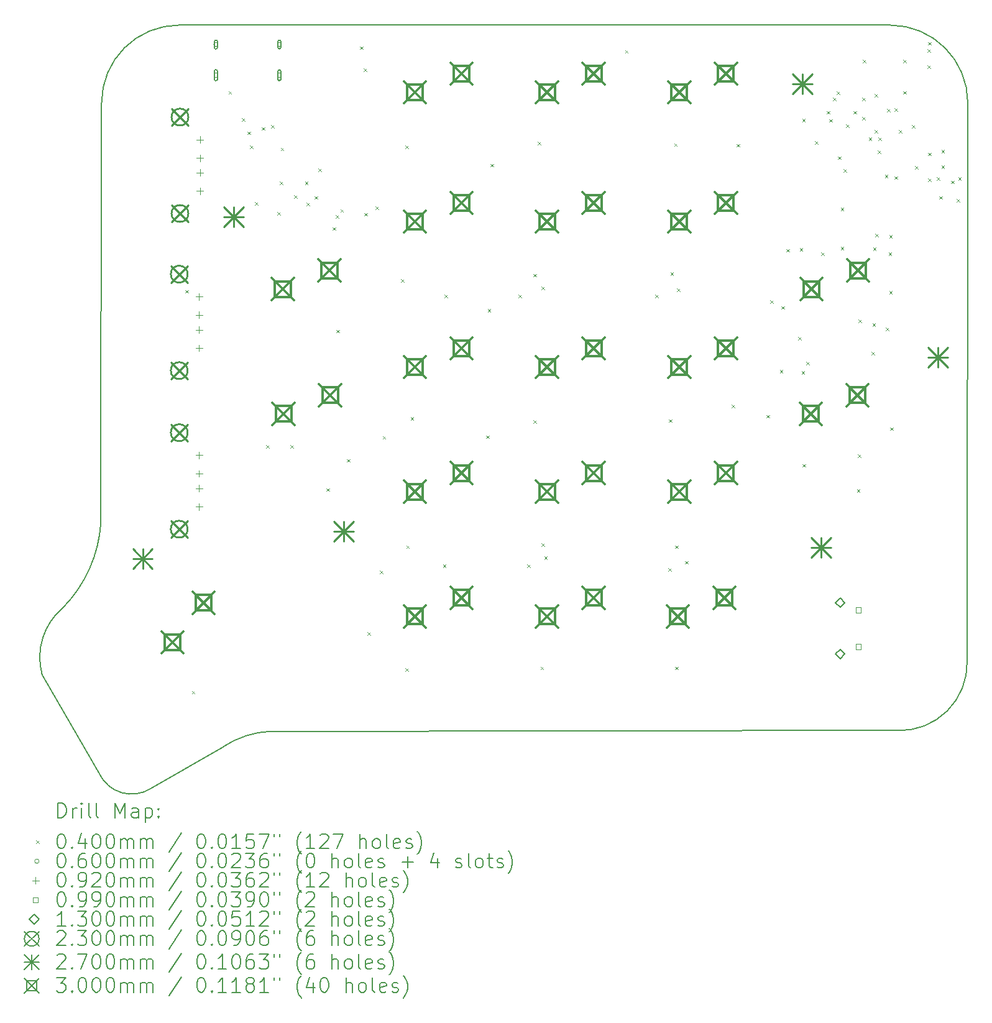
<source format=gbr>
%FSLAX45Y45*%
G04 Gerber Fmt 4.5, Leading zero omitted, Abs format (unit mm)*
G04 Created by KiCad (PCBNEW (6.0.5)) date 2022-06-01 17:00:20*
%MOMM*%
%LPD*%
G01*
G04 APERTURE LIST*
%TA.AperFunction,Profile*%
%ADD10C,0.200000*%
%TD*%
%ADD11C,0.200000*%
%ADD12C,0.040000*%
%ADD13C,0.060000*%
%ADD14C,0.092000*%
%ADD15C,0.099000*%
%ADD16C,0.130000*%
%ADD17C,0.230000*%
%ADD18C,0.270000*%
%ADD19C,0.300000*%
G04 APERTURE END LIST*
D10*
X13960467Y-13830467D02*
G75*
G03*
X14470467Y-12680467I-1307237J1267817D01*
G01*
X14450467Y-16100467D02*
X13670000Y-14750000D01*
X25320467Y-15510469D02*
G75*
G03*
X26270467Y-14570467I30213J919519D01*
G01*
X15540233Y-5900000D02*
X25219767Y-5900000D01*
X15146750Y-16303012D02*
X16134726Y-15732115D01*
X26270467Y-14570467D02*
X26279767Y-6960000D01*
X13960467Y-13830467D02*
G75*
G03*
X13670000Y-14750000I566397J-684560D01*
G01*
X26279770Y-6960000D02*
G75*
G03*
X25219767Y-5900000I-1060010J-10D01*
G01*
X14470467Y-12680467D02*
X14480233Y-6960000D01*
X16790467Y-15520467D02*
X25320467Y-15510467D01*
X15540233Y-5900003D02*
G75*
G03*
X14480233Y-6960000I-3J-1059997D01*
G01*
X16790467Y-15520468D02*
G75*
G03*
X16134726Y-15732115I55013J-1292102D01*
G01*
X14450470Y-16100465D02*
G75*
G03*
X15146750Y-16303012I439470J212685D01*
G01*
D11*
D12*
X15620000Y-9510000D02*
X15660000Y-9550000D01*
X15660000Y-9510000D02*
X15620000Y-9550000D01*
X15710000Y-14970000D02*
X15750000Y-15010000D01*
X15750000Y-14970000D02*
X15710000Y-15010000D01*
X16210000Y-6800000D02*
X16250000Y-6840000D01*
X16250000Y-6800000D02*
X16210000Y-6840000D01*
X16390000Y-7170000D02*
X16430000Y-7210000D01*
X16430000Y-7170000D02*
X16390000Y-7210000D01*
X16470000Y-7350000D02*
X16510000Y-7390000D01*
X16510000Y-7350000D02*
X16470000Y-7390000D01*
X16500000Y-7540000D02*
X16540000Y-7580000D01*
X16540000Y-7540000D02*
X16500000Y-7580000D01*
X16570000Y-8310000D02*
X16610000Y-8350000D01*
X16610000Y-8310000D02*
X16570000Y-8350000D01*
X16660000Y-7290000D02*
X16700000Y-7330000D01*
X16700000Y-7290000D02*
X16660000Y-7330000D01*
X16720000Y-11620000D02*
X16760000Y-11660000D01*
X16760000Y-11620000D02*
X16720000Y-11660000D01*
X16790000Y-7260000D02*
X16830000Y-7300000D01*
X16830000Y-7260000D02*
X16790000Y-7300000D01*
X16876737Y-8446121D02*
X16916737Y-8486121D01*
X16916737Y-8446121D02*
X16876737Y-8486121D01*
X16910000Y-8030000D02*
X16950000Y-8070000D01*
X16950000Y-8030000D02*
X16910000Y-8070000D01*
X16920000Y-7570000D02*
X16960000Y-7610000D01*
X16960000Y-7570000D02*
X16920000Y-7610000D01*
X17050000Y-11620000D02*
X17090000Y-11660000D01*
X17090000Y-11620000D02*
X17050000Y-11660000D01*
X17100000Y-8220000D02*
X17140000Y-8260000D01*
X17140000Y-8220000D02*
X17100000Y-8260000D01*
X17250000Y-8030000D02*
X17290000Y-8070000D01*
X17290000Y-8030000D02*
X17250000Y-8070000D01*
X17272868Y-8320900D02*
X17312868Y-8360900D01*
X17312868Y-8320900D02*
X17272868Y-8360900D01*
X17380000Y-8230000D02*
X17420000Y-8270000D01*
X17420000Y-8230000D02*
X17380000Y-8270000D01*
X17435026Y-7854974D02*
X17475026Y-7894974D01*
X17475026Y-7854974D02*
X17435026Y-7894974D01*
X17540000Y-12210000D02*
X17580000Y-12250000D01*
X17580000Y-12210000D02*
X17540000Y-12250000D01*
X17625382Y-8654618D02*
X17665382Y-8694618D01*
X17665382Y-8654618D02*
X17625382Y-8694618D01*
X17670000Y-8490000D02*
X17710000Y-8530000D01*
X17710000Y-8490000D02*
X17670000Y-8530000D01*
X17680000Y-10050000D02*
X17720000Y-10090000D01*
X17720000Y-10050000D02*
X17680000Y-10090000D01*
X17732158Y-8407842D02*
X17772158Y-8447842D01*
X17772158Y-8407842D02*
X17732158Y-8447842D01*
X17820000Y-11812450D02*
X17860000Y-11852450D01*
X17860000Y-11812450D02*
X17820000Y-11852450D01*
X18000000Y-6190000D02*
X18040000Y-6230000D01*
X18040000Y-6190000D02*
X18000000Y-6230000D01*
X18050000Y-6490000D02*
X18090000Y-6530000D01*
X18090000Y-6490000D02*
X18050000Y-6530000D01*
X18057550Y-8460000D02*
X18097550Y-8500000D01*
X18097550Y-8460000D02*
X18057550Y-8500000D01*
X18100000Y-14170000D02*
X18140000Y-14210000D01*
X18140000Y-14170000D02*
X18100000Y-14210000D01*
X18210000Y-8370000D02*
X18250000Y-8410000D01*
X18250000Y-8370000D02*
X18210000Y-8410000D01*
X18270000Y-13330000D02*
X18310000Y-13370000D01*
X18310000Y-13330000D02*
X18270000Y-13370000D01*
X18310000Y-11500000D02*
X18350000Y-11540000D01*
X18350000Y-11500000D02*
X18310000Y-11540000D01*
X18560000Y-9360000D02*
X18600000Y-9400000D01*
X18600000Y-9360000D02*
X18560000Y-9400000D01*
X18620000Y-7540000D02*
X18660000Y-7580000D01*
X18660000Y-7540000D02*
X18620000Y-7580000D01*
X18620000Y-14660000D02*
X18660000Y-14700000D01*
X18660000Y-14660000D02*
X18620000Y-14700000D01*
X18630000Y-12990000D02*
X18670000Y-13030000D01*
X18670000Y-12990000D02*
X18630000Y-13030000D01*
X18690000Y-11240000D02*
X18730000Y-11280000D01*
X18730000Y-11240000D02*
X18690000Y-11280000D01*
X19130000Y-13250000D02*
X19170000Y-13290000D01*
X19170000Y-13250000D02*
X19130000Y-13290000D01*
X19150000Y-9570000D02*
X19190000Y-9610000D01*
X19190000Y-9570000D02*
X19150000Y-9610000D01*
X19720000Y-11490000D02*
X19760000Y-11530000D01*
X19760000Y-11490000D02*
X19720000Y-11530000D01*
X19740000Y-9770000D02*
X19780000Y-9810000D01*
X19780000Y-9770000D02*
X19740000Y-9810000D01*
X19780000Y-7790000D02*
X19820000Y-7830000D01*
X19820000Y-7790000D02*
X19780000Y-7830000D01*
X20160000Y-9570000D02*
X20200000Y-9610000D01*
X20200000Y-9570000D02*
X20160000Y-9610000D01*
X20280000Y-13250000D02*
X20320000Y-13290000D01*
X20320000Y-13250000D02*
X20280000Y-13290000D01*
X20360000Y-9290000D02*
X20400000Y-9330000D01*
X20400000Y-9290000D02*
X20360000Y-9330000D01*
X20360000Y-11280000D02*
X20400000Y-11320000D01*
X20400000Y-11280000D02*
X20360000Y-11320000D01*
X20420000Y-7490000D02*
X20460000Y-7530000D01*
X20460000Y-7490000D02*
X20420000Y-7530000D01*
X20460000Y-14640000D02*
X20500000Y-14680000D01*
X20500000Y-14640000D02*
X20460000Y-14680000D01*
X20470000Y-9460000D02*
X20510000Y-9500000D01*
X20510000Y-9460000D02*
X20470000Y-9500000D01*
X20470000Y-12960000D02*
X20510000Y-13000000D01*
X20510000Y-12960000D02*
X20470000Y-13000000D01*
X20510000Y-13140000D02*
X20550000Y-13180000D01*
X20550000Y-13140000D02*
X20510000Y-13180000D01*
X21610000Y-6240000D02*
X21650000Y-6280000D01*
X21650000Y-6240000D02*
X21610000Y-6280000D01*
X22020000Y-9570000D02*
X22060000Y-9610000D01*
X22060000Y-9570000D02*
X22020000Y-9610000D01*
X22200000Y-13297550D02*
X22240000Y-13337550D01*
X22240000Y-13297550D02*
X22200000Y-13337550D01*
X22210000Y-11270000D02*
X22250000Y-11310000D01*
X22250000Y-11270000D02*
X22210000Y-11310000D01*
X22230000Y-9270000D02*
X22270000Y-9310000D01*
X22270000Y-9270000D02*
X22230000Y-9310000D01*
X22280000Y-7510000D02*
X22320000Y-7550000D01*
X22320000Y-7510000D02*
X22280000Y-7550000D01*
X22290000Y-12990000D02*
X22330000Y-13030000D01*
X22330000Y-12990000D02*
X22290000Y-13030000D01*
X22290000Y-14640000D02*
X22330000Y-14680000D01*
X22330000Y-14640000D02*
X22290000Y-14680000D01*
X22320000Y-9490000D02*
X22360000Y-9530000D01*
X22360000Y-9490000D02*
X22320000Y-9530000D01*
X22430000Y-13200000D02*
X22470000Y-13240000D01*
X22470000Y-13200000D02*
X22430000Y-13240000D01*
X23060000Y-11070000D02*
X23100000Y-11110000D01*
X23100000Y-11070000D02*
X23060000Y-11110000D01*
X23130000Y-7520000D02*
X23170000Y-7560000D01*
X23170000Y-7520000D02*
X23130000Y-7560000D01*
X23540000Y-11210000D02*
X23580000Y-11250000D01*
X23580000Y-11210000D02*
X23540000Y-11250000D01*
X23590000Y-9650000D02*
X23630000Y-9690000D01*
X23630000Y-9650000D02*
X23590000Y-9690000D01*
X23720000Y-10600000D02*
X23760000Y-10640000D01*
X23760000Y-10600000D02*
X23720000Y-10640000D01*
X23740000Y-9730000D02*
X23780000Y-9770000D01*
X23780000Y-9730000D02*
X23740000Y-9770000D01*
X23810000Y-8950000D02*
X23850000Y-8990000D01*
X23850000Y-8950000D02*
X23810000Y-8990000D01*
X23970000Y-10150000D02*
X24010000Y-10190000D01*
X24010000Y-10150000D02*
X23970000Y-10190000D01*
X23990000Y-8940000D02*
X24030000Y-8980000D01*
X24030000Y-8940000D02*
X23990000Y-8980000D01*
X24016230Y-10616230D02*
X24056230Y-10656230D01*
X24056230Y-10616230D02*
X24016230Y-10656230D01*
X24023770Y-7173770D02*
X24063770Y-7213770D01*
X24063770Y-7173770D02*
X24023770Y-7213770D01*
X24030000Y-11880000D02*
X24070000Y-11920000D01*
X24070000Y-11880000D02*
X24030000Y-11920000D01*
X24080000Y-10490000D02*
X24120000Y-10530000D01*
X24120000Y-10490000D02*
X24080000Y-10530000D01*
X24200000Y-7480000D02*
X24240000Y-7520000D01*
X24240000Y-7480000D02*
X24200000Y-7520000D01*
X24280000Y-9000000D02*
X24320000Y-9040000D01*
X24320000Y-9000000D02*
X24280000Y-9040000D01*
X24360000Y-7070000D02*
X24400000Y-7110000D01*
X24400000Y-7070000D02*
X24360000Y-7110000D01*
X24390000Y-7180000D02*
X24430000Y-7220000D01*
X24430000Y-7180000D02*
X24390000Y-7220000D01*
X24440000Y-6890000D02*
X24480000Y-6930000D01*
X24480000Y-6890000D02*
X24440000Y-6930000D01*
X24492973Y-6805242D02*
X24532973Y-6845242D01*
X24532973Y-6805242D02*
X24492973Y-6845242D01*
X24510000Y-7690000D02*
X24550000Y-7730000D01*
X24550000Y-7690000D02*
X24510000Y-7730000D01*
X24550000Y-8390000D02*
X24590000Y-8430000D01*
X24590000Y-8390000D02*
X24550000Y-8430000D01*
X24550000Y-8922450D02*
X24590000Y-8962450D01*
X24590000Y-8922450D02*
X24550000Y-8962450D01*
X24590000Y-7860000D02*
X24630000Y-7900000D01*
X24630000Y-7860000D02*
X24590000Y-7900000D01*
X24620000Y-7250000D02*
X24660000Y-7290000D01*
X24660000Y-7250000D02*
X24620000Y-7290000D01*
X24720000Y-7070000D02*
X24760000Y-7110000D01*
X24760000Y-7070000D02*
X24720000Y-7110000D01*
X24770000Y-12220000D02*
X24810000Y-12260000D01*
X24810000Y-12220000D02*
X24770000Y-12260000D01*
X24780000Y-11750000D02*
X24820000Y-11790000D01*
X24820000Y-11750000D02*
X24780000Y-11790000D01*
X24790000Y-9910000D02*
X24830000Y-9950000D01*
X24830000Y-9910000D02*
X24790000Y-9950000D01*
X24840000Y-6890000D02*
X24880000Y-6930000D01*
X24880000Y-6890000D02*
X24840000Y-6930000D01*
X24840000Y-7150000D02*
X24880000Y-7190000D01*
X24880000Y-7150000D02*
X24840000Y-7190000D01*
X24850000Y-6370000D02*
X24890000Y-6410000D01*
X24890000Y-6370000D02*
X24850000Y-6410000D01*
X24930000Y-7430000D02*
X24970000Y-7470000D01*
X24970000Y-7430000D02*
X24930000Y-7470000D01*
X24970000Y-10350000D02*
X25010000Y-10390000D01*
X25010000Y-10350000D02*
X24970000Y-10390000D01*
X24980000Y-9960000D02*
X25020000Y-10000000D01*
X25020000Y-9960000D02*
X24980000Y-10000000D01*
X24990000Y-8930000D02*
X25030000Y-8970000D01*
X25030000Y-8930000D02*
X24990000Y-8970000D01*
X25010000Y-6840000D02*
X25050000Y-6880000D01*
X25050000Y-6840000D02*
X25010000Y-6880000D01*
X25010000Y-7330000D02*
X25050000Y-7370000D01*
X25050000Y-7330000D02*
X25010000Y-7370000D01*
X25020000Y-8740000D02*
X25060000Y-8780000D01*
X25060000Y-8740000D02*
X25020000Y-8780000D01*
X25050000Y-7610000D02*
X25090000Y-7650000D01*
X25090000Y-7610000D02*
X25050000Y-7650000D01*
X25060000Y-7430000D02*
X25100000Y-7470000D01*
X25100000Y-7430000D02*
X25060000Y-7470000D01*
X25150000Y-7940000D02*
X25190000Y-7980000D01*
X25190000Y-7940000D02*
X25150000Y-7980000D01*
X25160000Y-10020000D02*
X25200000Y-10060000D01*
X25200000Y-10020000D02*
X25160000Y-10060000D01*
X25180000Y-7040000D02*
X25220000Y-7080000D01*
X25220000Y-7040000D02*
X25180000Y-7080000D01*
X25200000Y-9000000D02*
X25240000Y-9040000D01*
X25240000Y-9000000D02*
X25200000Y-9040000D01*
X25210000Y-8760000D02*
X25250000Y-8800000D01*
X25250000Y-8760000D02*
X25210000Y-8800000D01*
X25210000Y-9520000D02*
X25250000Y-9560000D01*
X25250000Y-9520000D02*
X25210000Y-9560000D01*
X25220000Y-11380000D02*
X25260000Y-11420000D01*
X25260000Y-11380000D02*
X25220000Y-11420000D01*
X25280000Y-7030000D02*
X25320000Y-7070000D01*
X25320000Y-7030000D02*
X25280000Y-7070000D01*
X25280000Y-7960000D02*
X25320000Y-8000000D01*
X25320000Y-7960000D02*
X25280000Y-8000000D01*
X25340000Y-7330000D02*
X25380000Y-7370000D01*
X25380000Y-7330000D02*
X25340000Y-7370000D01*
X25400000Y-6370000D02*
X25440000Y-6410000D01*
X25440000Y-6370000D02*
X25400000Y-6410000D01*
X25400000Y-6800000D02*
X25440000Y-6840000D01*
X25440000Y-6800000D02*
X25400000Y-6840000D01*
X25520000Y-7260000D02*
X25560000Y-7300000D01*
X25560000Y-7260000D02*
X25520000Y-7300000D01*
X25560000Y-7820000D02*
X25600000Y-7860000D01*
X25600000Y-7820000D02*
X25560000Y-7860000D01*
X25728770Y-6451230D02*
X25768770Y-6491230D01*
X25768770Y-6451230D02*
X25728770Y-6491230D01*
X25730000Y-6230000D02*
X25770000Y-6270000D01*
X25770000Y-6230000D02*
X25730000Y-6270000D01*
X25738770Y-7988770D02*
X25778770Y-8028770D01*
X25778770Y-7988770D02*
X25738770Y-8028770D01*
X25740000Y-6130000D02*
X25780000Y-6170000D01*
X25780000Y-6130000D02*
X25740000Y-6170000D01*
X25741230Y-7638770D02*
X25781230Y-7678770D01*
X25781230Y-7638770D02*
X25741230Y-7678770D01*
X25860000Y-7970000D02*
X25900000Y-8010000D01*
X25900000Y-7970000D02*
X25860000Y-8010000D01*
X25891230Y-8231230D02*
X25931230Y-8271230D01*
X25931230Y-8231230D02*
X25891230Y-8271230D01*
X25919638Y-7597902D02*
X25959638Y-7637902D01*
X25959638Y-7597902D02*
X25919638Y-7637902D01*
X25920000Y-7810000D02*
X25960000Y-7850000D01*
X25960000Y-7810000D02*
X25920000Y-7850000D01*
X26050000Y-8020000D02*
X26090000Y-8060000D01*
X26090000Y-8020000D02*
X26050000Y-8060000D01*
X26130000Y-8270000D02*
X26170000Y-8310000D01*
X26170000Y-8270000D02*
X26130000Y-8310000D01*
X26150000Y-7970000D02*
X26190000Y-8010000D01*
X26190000Y-7970000D02*
X26150000Y-8010000D01*
D13*
X16068000Y-6166000D02*
G75*
G03*
X16068000Y-6166000I-30000J0D01*
G01*
D11*
X16018000Y-6126000D02*
X16018000Y-6206000D01*
X16058000Y-6126000D02*
X16058000Y-6206000D01*
X16018000Y-6206000D02*
G75*
G03*
X16058000Y-6206000I20000J0D01*
G01*
X16058000Y-6126000D02*
G75*
G03*
X16018000Y-6126000I-20000J0D01*
G01*
D13*
X16068000Y-6583000D02*
G75*
G03*
X16068000Y-6583000I-30000J0D01*
G01*
D11*
X16018000Y-6528000D02*
X16018000Y-6638000D01*
X16058000Y-6528000D02*
X16058000Y-6638000D01*
X16018000Y-6638000D02*
G75*
G03*
X16058000Y-6638000I20000J0D01*
G01*
X16058000Y-6528000D02*
G75*
G03*
X16018000Y-6528000I-20000J0D01*
G01*
D13*
X16932000Y-6166000D02*
G75*
G03*
X16932000Y-6166000I-30000J0D01*
G01*
D11*
X16882000Y-6126000D02*
X16882000Y-6206000D01*
X16922000Y-6126000D02*
X16922000Y-6206000D01*
X16882000Y-6206000D02*
G75*
G03*
X16922000Y-6206000I20000J0D01*
G01*
X16922000Y-6126000D02*
G75*
G03*
X16882000Y-6126000I-20000J0D01*
G01*
D13*
X16932000Y-6583000D02*
G75*
G03*
X16932000Y-6583000I-30000J0D01*
G01*
D11*
X16882000Y-6528000D02*
X16882000Y-6638000D01*
X16922000Y-6528000D02*
X16922000Y-6638000D01*
X16882000Y-6638000D02*
G75*
G03*
X16922000Y-6638000I20000J0D01*
G01*
X16922000Y-6528000D02*
G75*
G03*
X16882000Y-6528000I-20000J0D01*
G01*
D14*
X15809000Y-9554000D02*
X15809000Y-9646000D01*
X15763000Y-9600000D02*
X15855000Y-9600000D01*
X15809000Y-9804000D02*
X15809000Y-9896000D01*
X15763000Y-9850000D02*
X15855000Y-9850000D01*
X15809000Y-10004000D02*
X15809000Y-10096000D01*
X15763000Y-10050000D02*
X15855000Y-10050000D01*
X15809000Y-10254000D02*
X15809000Y-10346000D01*
X15763000Y-10300000D02*
X15855000Y-10300000D01*
X15809000Y-11714000D02*
X15809000Y-11806000D01*
X15763000Y-11760000D02*
X15855000Y-11760000D01*
X15809000Y-11964000D02*
X15809000Y-12056000D01*
X15763000Y-12010000D02*
X15855000Y-12010000D01*
X15809000Y-12164000D02*
X15809000Y-12256000D01*
X15763000Y-12210000D02*
X15855000Y-12210000D01*
X15809000Y-12414000D02*
X15809000Y-12506000D01*
X15763000Y-12460000D02*
X15855000Y-12460000D01*
X15819000Y-7414000D02*
X15819000Y-7506000D01*
X15773000Y-7460000D02*
X15865000Y-7460000D01*
X15819000Y-7664000D02*
X15819000Y-7756000D01*
X15773000Y-7710000D02*
X15865000Y-7710000D01*
X15819000Y-7864000D02*
X15819000Y-7956000D01*
X15773000Y-7910000D02*
X15865000Y-7910000D01*
X15819000Y-8114000D02*
X15819000Y-8206000D01*
X15773000Y-8160000D02*
X15865000Y-8160000D01*
D15*
X24823752Y-13902502D02*
X24823752Y-13832498D01*
X24753748Y-13832498D01*
X24753748Y-13902502D01*
X24823752Y-13902502D01*
X24823752Y-14402502D02*
X24823752Y-14332498D01*
X24753748Y-14332498D01*
X24753748Y-14402502D01*
X24823752Y-14402502D01*
D16*
X24539750Y-13832500D02*
X24604750Y-13767500D01*
X24539750Y-13702500D01*
X24474750Y-13767500D01*
X24539750Y-13832500D01*
X24539750Y-14533500D02*
X24604750Y-14468500D01*
X24539750Y-14403500D01*
X24474750Y-14468500D01*
X24539750Y-14533500D01*
D17*
X15423000Y-9178000D02*
X15653000Y-9408000D01*
X15653000Y-9178000D02*
X15423000Y-9408000D01*
X15653000Y-9293000D02*
G75*
G03*
X15653000Y-9293000I-115000J0D01*
G01*
X15423000Y-10492000D02*
X15653000Y-10722000D01*
X15653000Y-10492000D02*
X15423000Y-10722000D01*
X15653000Y-10607000D02*
G75*
G03*
X15653000Y-10607000I-115000J0D01*
G01*
X15423000Y-11338000D02*
X15653000Y-11568000D01*
X15653000Y-11338000D02*
X15423000Y-11568000D01*
X15653000Y-11453000D02*
G75*
G03*
X15653000Y-11453000I-115000J0D01*
G01*
X15423000Y-12652000D02*
X15653000Y-12882000D01*
X15653000Y-12652000D02*
X15423000Y-12882000D01*
X15653000Y-12767000D02*
G75*
G03*
X15653000Y-12767000I-115000J0D01*
G01*
X15433000Y-7038000D02*
X15663000Y-7268000D01*
X15663000Y-7038000D02*
X15433000Y-7268000D01*
X15663000Y-7153000D02*
G75*
G03*
X15663000Y-7153000I-115000J0D01*
G01*
X15433000Y-8352000D02*
X15663000Y-8582000D01*
X15663000Y-8352000D02*
X15433000Y-8582000D01*
X15663000Y-8467000D02*
G75*
G03*
X15663000Y-8467000I-115000J0D01*
G01*
D18*
X14905000Y-13035000D02*
X15175000Y-13305000D01*
X15175000Y-13035000D02*
X14905000Y-13305000D01*
X15040000Y-13035000D02*
X15040000Y-13305000D01*
X14905000Y-13170000D02*
X15175000Y-13170000D01*
X16145000Y-8375000D02*
X16415000Y-8645000D01*
X16415000Y-8375000D02*
X16145000Y-8645000D01*
X16280000Y-8375000D02*
X16280000Y-8645000D01*
X16145000Y-8510000D02*
X16415000Y-8510000D01*
X17645467Y-12665467D02*
X17915467Y-12935467D01*
X17915467Y-12665467D02*
X17645467Y-12935467D01*
X17780467Y-12665467D02*
X17780467Y-12935467D01*
X17645467Y-12800467D02*
X17915467Y-12800467D01*
X23895000Y-6565000D02*
X24165000Y-6835000D01*
X24165000Y-6565000D02*
X23895000Y-6835000D01*
X24030000Y-6565000D02*
X24030000Y-6835000D01*
X23895000Y-6700000D02*
X24165000Y-6700000D01*
X24145467Y-12885467D02*
X24415467Y-13155467D01*
X24415467Y-12885467D02*
X24145467Y-13155467D01*
X24280467Y-12885467D02*
X24280467Y-13155467D01*
X24145467Y-13020467D02*
X24415467Y-13020467D01*
X25735000Y-10295000D02*
X26005000Y-10565000D01*
X26005000Y-10295000D02*
X25735000Y-10565000D01*
X25870000Y-10295000D02*
X25870000Y-10565000D01*
X25735000Y-10430000D02*
X26005000Y-10430000D01*
D19*
X15296549Y-14157673D02*
X15596549Y-14457673D01*
X15596549Y-14157673D02*
X15296549Y-14457673D01*
X15552616Y-14413740D02*
X15552616Y-14201606D01*
X15340482Y-14201606D01*
X15340482Y-14413740D01*
X15552616Y-14413740D01*
X15719475Y-13620203D02*
X16019475Y-13920203D01*
X16019475Y-13620203D02*
X15719475Y-13920203D01*
X15975542Y-13876270D02*
X15975542Y-13664136D01*
X15763408Y-13664136D01*
X15763408Y-13876270D01*
X15975542Y-13876270D01*
X16799000Y-9346000D02*
X17099000Y-9646000D01*
X17099000Y-9346000D02*
X16799000Y-9646000D01*
X17055067Y-9602067D02*
X17055067Y-9389933D01*
X16842933Y-9389933D01*
X16842933Y-9602067D01*
X17055067Y-9602067D01*
X16808500Y-11046000D02*
X17108500Y-11346000D01*
X17108500Y-11046000D02*
X16808500Y-11346000D01*
X17064567Y-11302067D02*
X17064567Y-11089933D01*
X16852433Y-11089933D01*
X16852433Y-11302067D01*
X17064567Y-11302067D01*
X17434000Y-9092000D02*
X17734000Y-9392000D01*
X17734000Y-9092000D02*
X17434000Y-9392000D01*
X17690067Y-9348067D02*
X17690067Y-9135933D01*
X17477933Y-9135933D01*
X17477933Y-9348067D01*
X17690067Y-9348067D01*
X17443500Y-10792000D02*
X17743500Y-11092000D01*
X17743500Y-10792000D02*
X17443500Y-11092000D01*
X17699567Y-11048067D02*
X17699567Y-10835933D01*
X17487433Y-10835933D01*
X17487433Y-11048067D01*
X17699567Y-11048067D01*
X18599000Y-6666000D02*
X18899000Y-6966000D01*
X18899000Y-6666000D02*
X18599000Y-6966000D01*
X18855067Y-6922067D02*
X18855067Y-6709933D01*
X18642933Y-6709933D01*
X18642933Y-6922067D01*
X18855067Y-6922067D01*
X18599000Y-8426000D02*
X18899000Y-8726000D01*
X18899000Y-8426000D02*
X18599000Y-8726000D01*
X18855067Y-8682067D02*
X18855067Y-8469933D01*
X18642933Y-8469933D01*
X18642933Y-8682067D01*
X18855067Y-8682067D01*
X18599000Y-10406000D02*
X18899000Y-10706000D01*
X18899000Y-10406000D02*
X18599000Y-10706000D01*
X18855067Y-10662067D02*
X18855067Y-10449933D01*
X18642933Y-10449933D01*
X18642933Y-10662067D01*
X18855067Y-10662067D01*
X18599000Y-12106000D02*
X18899000Y-12406000D01*
X18899000Y-12106000D02*
X18599000Y-12406000D01*
X18855067Y-12362067D02*
X18855067Y-12149933D01*
X18642933Y-12149933D01*
X18642933Y-12362067D01*
X18855067Y-12362067D01*
X18599000Y-13806000D02*
X18899000Y-14106000D01*
X18899000Y-13806000D02*
X18599000Y-14106000D01*
X18855067Y-14062067D02*
X18855067Y-13849933D01*
X18642933Y-13849933D01*
X18642933Y-14062067D01*
X18855067Y-14062067D01*
X19234000Y-6412000D02*
X19534000Y-6712000D01*
X19534000Y-6412000D02*
X19234000Y-6712000D01*
X19490067Y-6668067D02*
X19490067Y-6455933D01*
X19277933Y-6455933D01*
X19277933Y-6668067D01*
X19490067Y-6668067D01*
X19234000Y-8172000D02*
X19534000Y-8472000D01*
X19534000Y-8172000D02*
X19234000Y-8472000D01*
X19490067Y-8428067D02*
X19490067Y-8215933D01*
X19277933Y-8215933D01*
X19277933Y-8428067D01*
X19490067Y-8428067D01*
X19234000Y-10152000D02*
X19534000Y-10452000D01*
X19534000Y-10152000D02*
X19234000Y-10452000D01*
X19490067Y-10408067D02*
X19490067Y-10195933D01*
X19277933Y-10195933D01*
X19277933Y-10408067D01*
X19490067Y-10408067D01*
X19234000Y-11852000D02*
X19534000Y-12152000D01*
X19534000Y-11852000D02*
X19234000Y-12152000D01*
X19490067Y-12108067D02*
X19490067Y-11895933D01*
X19277933Y-11895933D01*
X19277933Y-12108067D01*
X19490067Y-12108067D01*
X19234000Y-13552000D02*
X19534000Y-13852000D01*
X19534000Y-13552000D02*
X19234000Y-13852000D01*
X19490067Y-13808067D02*
X19490067Y-13595933D01*
X19277933Y-13595933D01*
X19277933Y-13808067D01*
X19490067Y-13808067D01*
X20399000Y-6666000D02*
X20699000Y-6966000D01*
X20699000Y-6666000D02*
X20399000Y-6966000D01*
X20655067Y-6922067D02*
X20655067Y-6709933D01*
X20442933Y-6709933D01*
X20442933Y-6922067D01*
X20655067Y-6922067D01*
X20399000Y-8426000D02*
X20699000Y-8726000D01*
X20699000Y-8426000D02*
X20399000Y-8726000D01*
X20655067Y-8682067D02*
X20655067Y-8469933D01*
X20442933Y-8469933D01*
X20442933Y-8682067D01*
X20655067Y-8682067D01*
X20399000Y-10406000D02*
X20699000Y-10706000D01*
X20699000Y-10406000D02*
X20399000Y-10706000D01*
X20655067Y-10662067D02*
X20655067Y-10449933D01*
X20442933Y-10449933D01*
X20442933Y-10662067D01*
X20655067Y-10662067D01*
X20399000Y-12106000D02*
X20699000Y-12406000D01*
X20699000Y-12106000D02*
X20399000Y-12406000D01*
X20655067Y-12362067D02*
X20655067Y-12149933D01*
X20442933Y-12149933D01*
X20442933Y-12362067D01*
X20655067Y-12362067D01*
X20399000Y-13806000D02*
X20699000Y-14106000D01*
X20699000Y-13806000D02*
X20399000Y-14106000D01*
X20655067Y-14062067D02*
X20655067Y-13849933D01*
X20442933Y-13849933D01*
X20442933Y-14062067D01*
X20655067Y-14062067D01*
X21034000Y-6412000D02*
X21334000Y-6712000D01*
X21334000Y-6412000D02*
X21034000Y-6712000D01*
X21290067Y-6668067D02*
X21290067Y-6455933D01*
X21077933Y-6455933D01*
X21077933Y-6668067D01*
X21290067Y-6668067D01*
X21034000Y-8172000D02*
X21334000Y-8472000D01*
X21334000Y-8172000D02*
X21034000Y-8472000D01*
X21290067Y-8428067D02*
X21290067Y-8215933D01*
X21077933Y-8215933D01*
X21077933Y-8428067D01*
X21290067Y-8428067D01*
X21034000Y-10152000D02*
X21334000Y-10452000D01*
X21334000Y-10152000D02*
X21034000Y-10452000D01*
X21290067Y-10408067D02*
X21290067Y-10195933D01*
X21077933Y-10195933D01*
X21077933Y-10408067D01*
X21290067Y-10408067D01*
X21034000Y-11852000D02*
X21334000Y-12152000D01*
X21334000Y-11852000D02*
X21034000Y-12152000D01*
X21290067Y-12108067D02*
X21290067Y-11895933D01*
X21077933Y-11895933D01*
X21077933Y-12108067D01*
X21290067Y-12108067D01*
X21034000Y-13552000D02*
X21334000Y-13852000D01*
X21334000Y-13552000D02*
X21034000Y-13852000D01*
X21290067Y-13808067D02*
X21290067Y-13595933D01*
X21077933Y-13595933D01*
X21077933Y-13808067D01*
X21290067Y-13808067D01*
X22177500Y-13806000D02*
X22477500Y-14106000D01*
X22477500Y-13806000D02*
X22177500Y-14106000D01*
X22433567Y-14062067D02*
X22433567Y-13849933D01*
X22221433Y-13849933D01*
X22221433Y-14062067D01*
X22433567Y-14062067D01*
X22199000Y-6666000D02*
X22499000Y-6966000D01*
X22499000Y-6666000D02*
X22199000Y-6966000D01*
X22455067Y-6922067D02*
X22455067Y-6709933D01*
X22242933Y-6709933D01*
X22242933Y-6922067D01*
X22455067Y-6922067D01*
X22199000Y-8426000D02*
X22499000Y-8726000D01*
X22499000Y-8426000D02*
X22199000Y-8726000D01*
X22455067Y-8682067D02*
X22455067Y-8469933D01*
X22242933Y-8469933D01*
X22242933Y-8682067D01*
X22455067Y-8682067D01*
X22199000Y-10406000D02*
X22499000Y-10706000D01*
X22499000Y-10406000D02*
X22199000Y-10706000D01*
X22455067Y-10662067D02*
X22455067Y-10449933D01*
X22242933Y-10449933D01*
X22242933Y-10662067D01*
X22455067Y-10662067D01*
X22199000Y-12106000D02*
X22499000Y-12406000D01*
X22499000Y-12106000D02*
X22199000Y-12406000D01*
X22455067Y-12362067D02*
X22455067Y-12149933D01*
X22242933Y-12149933D01*
X22242933Y-12362067D01*
X22455067Y-12362067D01*
X22812500Y-13552000D02*
X23112500Y-13852000D01*
X23112500Y-13552000D02*
X22812500Y-13852000D01*
X23068567Y-13808067D02*
X23068567Y-13595933D01*
X22856433Y-13595933D01*
X22856433Y-13808067D01*
X23068567Y-13808067D01*
X22834000Y-6412000D02*
X23134000Y-6712000D01*
X23134000Y-6412000D02*
X22834000Y-6712000D01*
X23090067Y-6668067D02*
X23090067Y-6455933D01*
X22877933Y-6455933D01*
X22877933Y-6668067D01*
X23090067Y-6668067D01*
X22834000Y-8172000D02*
X23134000Y-8472000D01*
X23134000Y-8172000D02*
X22834000Y-8472000D01*
X23090067Y-8428067D02*
X23090067Y-8215933D01*
X22877933Y-8215933D01*
X22877933Y-8428067D01*
X23090067Y-8428067D01*
X22834000Y-10152000D02*
X23134000Y-10452000D01*
X23134000Y-10152000D02*
X22834000Y-10452000D01*
X23090067Y-10408067D02*
X23090067Y-10195933D01*
X22877933Y-10195933D01*
X22877933Y-10408067D01*
X23090067Y-10408067D01*
X22834000Y-11852000D02*
X23134000Y-12152000D01*
X23134000Y-11852000D02*
X22834000Y-12152000D01*
X23090067Y-12108067D02*
X23090067Y-11895933D01*
X22877933Y-11895933D01*
X22877933Y-12108067D01*
X23090067Y-12108067D01*
X23992500Y-11046000D02*
X24292500Y-11346000D01*
X24292500Y-11046000D02*
X23992500Y-11346000D01*
X24248567Y-11302067D02*
X24248567Y-11089933D01*
X24036433Y-11089933D01*
X24036433Y-11302067D01*
X24248567Y-11302067D01*
X23999000Y-9346000D02*
X24299000Y-9646000D01*
X24299000Y-9346000D02*
X23999000Y-9646000D01*
X24255067Y-9602067D02*
X24255067Y-9389933D01*
X24042933Y-9389933D01*
X24042933Y-9602067D01*
X24255067Y-9602067D01*
X24627500Y-10792000D02*
X24927500Y-11092000D01*
X24927500Y-10792000D02*
X24627500Y-11092000D01*
X24883567Y-11048067D02*
X24883567Y-10835933D01*
X24671433Y-10835933D01*
X24671433Y-11048067D01*
X24883567Y-11048067D01*
X24634000Y-9092000D02*
X24934000Y-9392000D01*
X24934000Y-9092000D02*
X24634000Y-9392000D01*
X24890067Y-9348067D02*
X24890067Y-9135933D01*
X24677933Y-9135933D01*
X24677933Y-9348067D01*
X24890067Y-9348067D01*
D11*
X13885985Y-16696487D02*
X13885985Y-16496487D01*
X13933604Y-16496487D01*
X13962176Y-16506011D01*
X13981223Y-16525058D01*
X13990747Y-16544106D01*
X14000271Y-16582201D01*
X14000271Y-16610772D01*
X13990747Y-16648868D01*
X13981223Y-16667915D01*
X13962176Y-16686963D01*
X13933604Y-16696487D01*
X13885985Y-16696487D01*
X14085985Y-16696487D02*
X14085985Y-16563153D01*
X14085985Y-16601249D02*
X14095509Y-16582201D01*
X14105033Y-16572677D01*
X14124081Y-16563153D01*
X14143128Y-16563153D01*
X14209795Y-16696487D02*
X14209795Y-16563153D01*
X14209795Y-16496487D02*
X14200271Y-16506011D01*
X14209795Y-16515534D01*
X14219319Y-16506011D01*
X14209795Y-16496487D01*
X14209795Y-16515534D01*
X14333604Y-16696487D02*
X14314557Y-16686963D01*
X14305033Y-16667915D01*
X14305033Y-16496487D01*
X14438366Y-16696487D02*
X14419319Y-16686963D01*
X14409795Y-16667915D01*
X14409795Y-16496487D01*
X14666938Y-16696487D02*
X14666938Y-16496487D01*
X14733604Y-16639344D01*
X14800271Y-16496487D01*
X14800271Y-16696487D01*
X14981223Y-16696487D02*
X14981223Y-16591725D01*
X14971700Y-16572677D01*
X14952652Y-16563153D01*
X14914557Y-16563153D01*
X14895509Y-16572677D01*
X14981223Y-16686963D02*
X14962176Y-16696487D01*
X14914557Y-16696487D01*
X14895509Y-16686963D01*
X14885985Y-16667915D01*
X14885985Y-16648868D01*
X14895509Y-16629820D01*
X14914557Y-16620296D01*
X14962176Y-16620296D01*
X14981223Y-16610772D01*
X15076462Y-16563153D02*
X15076462Y-16763153D01*
X15076462Y-16572677D02*
X15095509Y-16563153D01*
X15133604Y-16563153D01*
X15152652Y-16572677D01*
X15162176Y-16582201D01*
X15171700Y-16601249D01*
X15171700Y-16658391D01*
X15162176Y-16677439D01*
X15152652Y-16686963D01*
X15133604Y-16696487D01*
X15095509Y-16696487D01*
X15076462Y-16686963D01*
X15257414Y-16677439D02*
X15266938Y-16686963D01*
X15257414Y-16696487D01*
X15247890Y-16686963D01*
X15257414Y-16677439D01*
X15257414Y-16696487D01*
X15257414Y-16572677D02*
X15266938Y-16582201D01*
X15257414Y-16591725D01*
X15247890Y-16582201D01*
X15257414Y-16572677D01*
X15257414Y-16591725D01*
D12*
X13588366Y-17006011D02*
X13628366Y-17046011D01*
X13628366Y-17006011D02*
X13588366Y-17046011D01*
D11*
X13924081Y-16916487D02*
X13943128Y-16916487D01*
X13962176Y-16926011D01*
X13971700Y-16935534D01*
X13981223Y-16954582D01*
X13990747Y-16992677D01*
X13990747Y-17040296D01*
X13981223Y-17078392D01*
X13971700Y-17097439D01*
X13962176Y-17106963D01*
X13943128Y-17116487D01*
X13924081Y-17116487D01*
X13905033Y-17106963D01*
X13895509Y-17097439D01*
X13885985Y-17078392D01*
X13876462Y-17040296D01*
X13876462Y-16992677D01*
X13885985Y-16954582D01*
X13895509Y-16935534D01*
X13905033Y-16926011D01*
X13924081Y-16916487D01*
X14076462Y-17097439D02*
X14085985Y-17106963D01*
X14076462Y-17116487D01*
X14066938Y-17106963D01*
X14076462Y-17097439D01*
X14076462Y-17116487D01*
X14257414Y-16983153D02*
X14257414Y-17116487D01*
X14209795Y-16906963D02*
X14162176Y-17049820D01*
X14285985Y-17049820D01*
X14400271Y-16916487D02*
X14419319Y-16916487D01*
X14438366Y-16926011D01*
X14447890Y-16935534D01*
X14457414Y-16954582D01*
X14466938Y-16992677D01*
X14466938Y-17040296D01*
X14457414Y-17078392D01*
X14447890Y-17097439D01*
X14438366Y-17106963D01*
X14419319Y-17116487D01*
X14400271Y-17116487D01*
X14381223Y-17106963D01*
X14371700Y-17097439D01*
X14362176Y-17078392D01*
X14352652Y-17040296D01*
X14352652Y-16992677D01*
X14362176Y-16954582D01*
X14371700Y-16935534D01*
X14381223Y-16926011D01*
X14400271Y-16916487D01*
X14590747Y-16916487D02*
X14609795Y-16916487D01*
X14628842Y-16926011D01*
X14638366Y-16935534D01*
X14647890Y-16954582D01*
X14657414Y-16992677D01*
X14657414Y-17040296D01*
X14647890Y-17078392D01*
X14638366Y-17097439D01*
X14628842Y-17106963D01*
X14609795Y-17116487D01*
X14590747Y-17116487D01*
X14571700Y-17106963D01*
X14562176Y-17097439D01*
X14552652Y-17078392D01*
X14543128Y-17040296D01*
X14543128Y-16992677D01*
X14552652Y-16954582D01*
X14562176Y-16935534D01*
X14571700Y-16926011D01*
X14590747Y-16916487D01*
X14743128Y-17116487D02*
X14743128Y-16983153D01*
X14743128Y-17002201D02*
X14752652Y-16992677D01*
X14771700Y-16983153D01*
X14800271Y-16983153D01*
X14819319Y-16992677D01*
X14828842Y-17011725D01*
X14828842Y-17116487D01*
X14828842Y-17011725D02*
X14838366Y-16992677D01*
X14857414Y-16983153D01*
X14885985Y-16983153D01*
X14905033Y-16992677D01*
X14914557Y-17011725D01*
X14914557Y-17116487D01*
X15009795Y-17116487D02*
X15009795Y-16983153D01*
X15009795Y-17002201D02*
X15019319Y-16992677D01*
X15038366Y-16983153D01*
X15066938Y-16983153D01*
X15085985Y-16992677D01*
X15095509Y-17011725D01*
X15095509Y-17116487D01*
X15095509Y-17011725D02*
X15105033Y-16992677D01*
X15124081Y-16983153D01*
X15152652Y-16983153D01*
X15171700Y-16992677D01*
X15181223Y-17011725D01*
X15181223Y-17116487D01*
X15571700Y-16906963D02*
X15400271Y-17164106D01*
X15828842Y-16916487D02*
X15847890Y-16916487D01*
X15866938Y-16926011D01*
X15876462Y-16935534D01*
X15885985Y-16954582D01*
X15895509Y-16992677D01*
X15895509Y-17040296D01*
X15885985Y-17078392D01*
X15876462Y-17097439D01*
X15866938Y-17106963D01*
X15847890Y-17116487D01*
X15828842Y-17116487D01*
X15809795Y-17106963D01*
X15800271Y-17097439D01*
X15790747Y-17078392D01*
X15781223Y-17040296D01*
X15781223Y-16992677D01*
X15790747Y-16954582D01*
X15800271Y-16935534D01*
X15809795Y-16926011D01*
X15828842Y-16916487D01*
X15981223Y-17097439D02*
X15990747Y-17106963D01*
X15981223Y-17116487D01*
X15971700Y-17106963D01*
X15981223Y-17097439D01*
X15981223Y-17116487D01*
X16114557Y-16916487D02*
X16133604Y-16916487D01*
X16152652Y-16926011D01*
X16162176Y-16935534D01*
X16171700Y-16954582D01*
X16181223Y-16992677D01*
X16181223Y-17040296D01*
X16171700Y-17078392D01*
X16162176Y-17097439D01*
X16152652Y-17106963D01*
X16133604Y-17116487D01*
X16114557Y-17116487D01*
X16095509Y-17106963D01*
X16085985Y-17097439D01*
X16076462Y-17078392D01*
X16066938Y-17040296D01*
X16066938Y-16992677D01*
X16076462Y-16954582D01*
X16085985Y-16935534D01*
X16095509Y-16926011D01*
X16114557Y-16916487D01*
X16371700Y-17116487D02*
X16257414Y-17116487D01*
X16314557Y-17116487D02*
X16314557Y-16916487D01*
X16295509Y-16945058D01*
X16276462Y-16964106D01*
X16257414Y-16973630D01*
X16552652Y-16916487D02*
X16457414Y-16916487D01*
X16447890Y-17011725D01*
X16457414Y-17002201D01*
X16476462Y-16992677D01*
X16524081Y-16992677D01*
X16543128Y-17002201D01*
X16552652Y-17011725D01*
X16562176Y-17030773D01*
X16562176Y-17078392D01*
X16552652Y-17097439D01*
X16543128Y-17106963D01*
X16524081Y-17116487D01*
X16476462Y-17116487D01*
X16457414Y-17106963D01*
X16447890Y-17097439D01*
X16628842Y-16916487D02*
X16762176Y-16916487D01*
X16676462Y-17116487D01*
X16828843Y-16916487D02*
X16828843Y-16954582D01*
X16905033Y-16916487D02*
X16905033Y-16954582D01*
X17200271Y-17192677D02*
X17190747Y-17183153D01*
X17171700Y-17154582D01*
X17162176Y-17135534D01*
X17152652Y-17106963D01*
X17143128Y-17059344D01*
X17143128Y-17021249D01*
X17152652Y-16973630D01*
X17162176Y-16945058D01*
X17171700Y-16926011D01*
X17190747Y-16897439D01*
X17200271Y-16887915D01*
X17381224Y-17116487D02*
X17266938Y-17116487D01*
X17324081Y-17116487D02*
X17324081Y-16916487D01*
X17305033Y-16945058D01*
X17285985Y-16964106D01*
X17266938Y-16973630D01*
X17457414Y-16935534D02*
X17466938Y-16926011D01*
X17485985Y-16916487D01*
X17533604Y-16916487D01*
X17552652Y-16926011D01*
X17562176Y-16935534D01*
X17571700Y-16954582D01*
X17571700Y-16973630D01*
X17562176Y-17002201D01*
X17447890Y-17116487D01*
X17571700Y-17116487D01*
X17638366Y-16916487D02*
X17771700Y-16916487D01*
X17685985Y-17116487D01*
X18000271Y-17116487D02*
X18000271Y-16916487D01*
X18085985Y-17116487D02*
X18085985Y-17011725D01*
X18076462Y-16992677D01*
X18057414Y-16983153D01*
X18028843Y-16983153D01*
X18009795Y-16992677D01*
X18000271Y-17002201D01*
X18209795Y-17116487D02*
X18190747Y-17106963D01*
X18181224Y-17097439D01*
X18171700Y-17078392D01*
X18171700Y-17021249D01*
X18181224Y-17002201D01*
X18190747Y-16992677D01*
X18209795Y-16983153D01*
X18238366Y-16983153D01*
X18257414Y-16992677D01*
X18266938Y-17002201D01*
X18276462Y-17021249D01*
X18276462Y-17078392D01*
X18266938Y-17097439D01*
X18257414Y-17106963D01*
X18238366Y-17116487D01*
X18209795Y-17116487D01*
X18390747Y-17116487D02*
X18371700Y-17106963D01*
X18362176Y-17087915D01*
X18362176Y-16916487D01*
X18543128Y-17106963D02*
X18524081Y-17116487D01*
X18485985Y-17116487D01*
X18466938Y-17106963D01*
X18457414Y-17087915D01*
X18457414Y-17011725D01*
X18466938Y-16992677D01*
X18485985Y-16983153D01*
X18524081Y-16983153D01*
X18543128Y-16992677D01*
X18552652Y-17011725D01*
X18552652Y-17030773D01*
X18457414Y-17049820D01*
X18628843Y-17106963D02*
X18647890Y-17116487D01*
X18685985Y-17116487D01*
X18705033Y-17106963D01*
X18714557Y-17087915D01*
X18714557Y-17078392D01*
X18705033Y-17059344D01*
X18685985Y-17049820D01*
X18657414Y-17049820D01*
X18638366Y-17040296D01*
X18628843Y-17021249D01*
X18628843Y-17011725D01*
X18638366Y-16992677D01*
X18657414Y-16983153D01*
X18685985Y-16983153D01*
X18705033Y-16992677D01*
X18781224Y-17192677D02*
X18790747Y-17183153D01*
X18809795Y-17154582D01*
X18819319Y-17135534D01*
X18828843Y-17106963D01*
X18838366Y-17059344D01*
X18838366Y-17021249D01*
X18828843Y-16973630D01*
X18819319Y-16945058D01*
X18809795Y-16926011D01*
X18790747Y-16897439D01*
X18781224Y-16887915D01*
D13*
X13628366Y-17290011D02*
G75*
G03*
X13628366Y-17290011I-30000J0D01*
G01*
D11*
X13924081Y-17180487D02*
X13943128Y-17180487D01*
X13962176Y-17190011D01*
X13971700Y-17199534D01*
X13981223Y-17218582D01*
X13990747Y-17256677D01*
X13990747Y-17304296D01*
X13981223Y-17342392D01*
X13971700Y-17361439D01*
X13962176Y-17370963D01*
X13943128Y-17380487D01*
X13924081Y-17380487D01*
X13905033Y-17370963D01*
X13895509Y-17361439D01*
X13885985Y-17342392D01*
X13876462Y-17304296D01*
X13876462Y-17256677D01*
X13885985Y-17218582D01*
X13895509Y-17199534D01*
X13905033Y-17190011D01*
X13924081Y-17180487D01*
X14076462Y-17361439D02*
X14085985Y-17370963D01*
X14076462Y-17380487D01*
X14066938Y-17370963D01*
X14076462Y-17361439D01*
X14076462Y-17380487D01*
X14257414Y-17180487D02*
X14219319Y-17180487D01*
X14200271Y-17190011D01*
X14190747Y-17199534D01*
X14171700Y-17228106D01*
X14162176Y-17266201D01*
X14162176Y-17342392D01*
X14171700Y-17361439D01*
X14181223Y-17370963D01*
X14200271Y-17380487D01*
X14238366Y-17380487D01*
X14257414Y-17370963D01*
X14266938Y-17361439D01*
X14276462Y-17342392D01*
X14276462Y-17294773D01*
X14266938Y-17275725D01*
X14257414Y-17266201D01*
X14238366Y-17256677D01*
X14200271Y-17256677D01*
X14181223Y-17266201D01*
X14171700Y-17275725D01*
X14162176Y-17294773D01*
X14400271Y-17180487D02*
X14419319Y-17180487D01*
X14438366Y-17190011D01*
X14447890Y-17199534D01*
X14457414Y-17218582D01*
X14466938Y-17256677D01*
X14466938Y-17304296D01*
X14457414Y-17342392D01*
X14447890Y-17361439D01*
X14438366Y-17370963D01*
X14419319Y-17380487D01*
X14400271Y-17380487D01*
X14381223Y-17370963D01*
X14371700Y-17361439D01*
X14362176Y-17342392D01*
X14352652Y-17304296D01*
X14352652Y-17256677D01*
X14362176Y-17218582D01*
X14371700Y-17199534D01*
X14381223Y-17190011D01*
X14400271Y-17180487D01*
X14590747Y-17180487D02*
X14609795Y-17180487D01*
X14628842Y-17190011D01*
X14638366Y-17199534D01*
X14647890Y-17218582D01*
X14657414Y-17256677D01*
X14657414Y-17304296D01*
X14647890Y-17342392D01*
X14638366Y-17361439D01*
X14628842Y-17370963D01*
X14609795Y-17380487D01*
X14590747Y-17380487D01*
X14571700Y-17370963D01*
X14562176Y-17361439D01*
X14552652Y-17342392D01*
X14543128Y-17304296D01*
X14543128Y-17256677D01*
X14552652Y-17218582D01*
X14562176Y-17199534D01*
X14571700Y-17190011D01*
X14590747Y-17180487D01*
X14743128Y-17380487D02*
X14743128Y-17247153D01*
X14743128Y-17266201D02*
X14752652Y-17256677D01*
X14771700Y-17247153D01*
X14800271Y-17247153D01*
X14819319Y-17256677D01*
X14828842Y-17275725D01*
X14828842Y-17380487D01*
X14828842Y-17275725D02*
X14838366Y-17256677D01*
X14857414Y-17247153D01*
X14885985Y-17247153D01*
X14905033Y-17256677D01*
X14914557Y-17275725D01*
X14914557Y-17380487D01*
X15009795Y-17380487D02*
X15009795Y-17247153D01*
X15009795Y-17266201D02*
X15019319Y-17256677D01*
X15038366Y-17247153D01*
X15066938Y-17247153D01*
X15085985Y-17256677D01*
X15095509Y-17275725D01*
X15095509Y-17380487D01*
X15095509Y-17275725D02*
X15105033Y-17256677D01*
X15124081Y-17247153D01*
X15152652Y-17247153D01*
X15171700Y-17256677D01*
X15181223Y-17275725D01*
X15181223Y-17380487D01*
X15571700Y-17170963D02*
X15400271Y-17428106D01*
X15828842Y-17180487D02*
X15847890Y-17180487D01*
X15866938Y-17190011D01*
X15876462Y-17199534D01*
X15885985Y-17218582D01*
X15895509Y-17256677D01*
X15895509Y-17304296D01*
X15885985Y-17342392D01*
X15876462Y-17361439D01*
X15866938Y-17370963D01*
X15847890Y-17380487D01*
X15828842Y-17380487D01*
X15809795Y-17370963D01*
X15800271Y-17361439D01*
X15790747Y-17342392D01*
X15781223Y-17304296D01*
X15781223Y-17256677D01*
X15790747Y-17218582D01*
X15800271Y-17199534D01*
X15809795Y-17190011D01*
X15828842Y-17180487D01*
X15981223Y-17361439D02*
X15990747Y-17370963D01*
X15981223Y-17380487D01*
X15971700Y-17370963D01*
X15981223Y-17361439D01*
X15981223Y-17380487D01*
X16114557Y-17180487D02*
X16133604Y-17180487D01*
X16152652Y-17190011D01*
X16162176Y-17199534D01*
X16171700Y-17218582D01*
X16181223Y-17256677D01*
X16181223Y-17304296D01*
X16171700Y-17342392D01*
X16162176Y-17361439D01*
X16152652Y-17370963D01*
X16133604Y-17380487D01*
X16114557Y-17380487D01*
X16095509Y-17370963D01*
X16085985Y-17361439D01*
X16076462Y-17342392D01*
X16066938Y-17304296D01*
X16066938Y-17256677D01*
X16076462Y-17218582D01*
X16085985Y-17199534D01*
X16095509Y-17190011D01*
X16114557Y-17180487D01*
X16257414Y-17199534D02*
X16266938Y-17190011D01*
X16285985Y-17180487D01*
X16333604Y-17180487D01*
X16352652Y-17190011D01*
X16362176Y-17199534D01*
X16371700Y-17218582D01*
X16371700Y-17237630D01*
X16362176Y-17266201D01*
X16247890Y-17380487D01*
X16371700Y-17380487D01*
X16438366Y-17180487D02*
X16562176Y-17180487D01*
X16495509Y-17256677D01*
X16524081Y-17256677D01*
X16543128Y-17266201D01*
X16552652Y-17275725D01*
X16562176Y-17294773D01*
X16562176Y-17342392D01*
X16552652Y-17361439D01*
X16543128Y-17370963D01*
X16524081Y-17380487D01*
X16466938Y-17380487D01*
X16447890Y-17370963D01*
X16438366Y-17361439D01*
X16733604Y-17180487D02*
X16695509Y-17180487D01*
X16676462Y-17190011D01*
X16666938Y-17199534D01*
X16647890Y-17228106D01*
X16638366Y-17266201D01*
X16638366Y-17342392D01*
X16647890Y-17361439D01*
X16657414Y-17370963D01*
X16676462Y-17380487D01*
X16714557Y-17380487D01*
X16733604Y-17370963D01*
X16743128Y-17361439D01*
X16752652Y-17342392D01*
X16752652Y-17294773D01*
X16743128Y-17275725D01*
X16733604Y-17266201D01*
X16714557Y-17256677D01*
X16676462Y-17256677D01*
X16657414Y-17266201D01*
X16647890Y-17275725D01*
X16638366Y-17294773D01*
X16828843Y-17180487D02*
X16828843Y-17218582D01*
X16905033Y-17180487D02*
X16905033Y-17218582D01*
X17200271Y-17456677D02*
X17190747Y-17447153D01*
X17171700Y-17418582D01*
X17162176Y-17399534D01*
X17152652Y-17370963D01*
X17143128Y-17323344D01*
X17143128Y-17285249D01*
X17152652Y-17237630D01*
X17162176Y-17209058D01*
X17171700Y-17190011D01*
X17190747Y-17161439D01*
X17200271Y-17151915D01*
X17314557Y-17180487D02*
X17333604Y-17180487D01*
X17352652Y-17190011D01*
X17362176Y-17199534D01*
X17371700Y-17218582D01*
X17381224Y-17256677D01*
X17381224Y-17304296D01*
X17371700Y-17342392D01*
X17362176Y-17361439D01*
X17352652Y-17370963D01*
X17333604Y-17380487D01*
X17314557Y-17380487D01*
X17295509Y-17370963D01*
X17285985Y-17361439D01*
X17276462Y-17342392D01*
X17266938Y-17304296D01*
X17266938Y-17256677D01*
X17276462Y-17218582D01*
X17285985Y-17199534D01*
X17295509Y-17190011D01*
X17314557Y-17180487D01*
X17619319Y-17380487D02*
X17619319Y-17180487D01*
X17705033Y-17380487D02*
X17705033Y-17275725D01*
X17695509Y-17256677D01*
X17676462Y-17247153D01*
X17647890Y-17247153D01*
X17628843Y-17256677D01*
X17619319Y-17266201D01*
X17828843Y-17380487D02*
X17809795Y-17370963D01*
X17800271Y-17361439D01*
X17790747Y-17342392D01*
X17790747Y-17285249D01*
X17800271Y-17266201D01*
X17809795Y-17256677D01*
X17828843Y-17247153D01*
X17857414Y-17247153D01*
X17876462Y-17256677D01*
X17885985Y-17266201D01*
X17895509Y-17285249D01*
X17895509Y-17342392D01*
X17885985Y-17361439D01*
X17876462Y-17370963D01*
X17857414Y-17380487D01*
X17828843Y-17380487D01*
X18009795Y-17380487D02*
X17990747Y-17370963D01*
X17981224Y-17351915D01*
X17981224Y-17180487D01*
X18162176Y-17370963D02*
X18143128Y-17380487D01*
X18105033Y-17380487D01*
X18085985Y-17370963D01*
X18076462Y-17351915D01*
X18076462Y-17275725D01*
X18085985Y-17256677D01*
X18105033Y-17247153D01*
X18143128Y-17247153D01*
X18162176Y-17256677D01*
X18171700Y-17275725D01*
X18171700Y-17294773D01*
X18076462Y-17313820D01*
X18247890Y-17370963D02*
X18266938Y-17380487D01*
X18305033Y-17380487D01*
X18324081Y-17370963D01*
X18333604Y-17351915D01*
X18333604Y-17342392D01*
X18324081Y-17323344D01*
X18305033Y-17313820D01*
X18276462Y-17313820D01*
X18257414Y-17304296D01*
X18247890Y-17285249D01*
X18247890Y-17275725D01*
X18257414Y-17256677D01*
X18276462Y-17247153D01*
X18305033Y-17247153D01*
X18324081Y-17256677D01*
X18571700Y-17304296D02*
X18724081Y-17304296D01*
X18647890Y-17380487D02*
X18647890Y-17228106D01*
X19057414Y-17247153D02*
X19057414Y-17380487D01*
X19009795Y-17170963D02*
X18962176Y-17313820D01*
X19085985Y-17313820D01*
X19305033Y-17370963D02*
X19324081Y-17380487D01*
X19362176Y-17380487D01*
X19381224Y-17370963D01*
X19390747Y-17351915D01*
X19390747Y-17342392D01*
X19381224Y-17323344D01*
X19362176Y-17313820D01*
X19333604Y-17313820D01*
X19314557Y-17304296D01*
X19305033Y-17285249D01*
X19305033Y-17275725D01*
X19314557Y-17256677D01*
X19333604Y-17247153D01*
X19362176Y-17247153D01*
X19381224Y-17256677D01*
X19505033Y-17380487D02*
X19485985Y-17370963D01*
X19476462Y-17351915D01*
X19476462Y-17180487D01*
X19609795Y-17380487D02*
X19590747Y-17370963D01*
X19581224Y-17361439D01*
X19571700Y-17342392D01*
X19571700Y-17285249D01*
X19581224Y-17266201D01*
X19590747Y-17256677D01*
X19609795Y-17247153D01*
X19638366Y-17247153D01*
X19657414Y-17256677D01*
X19666938Y-17266201D01*
X19676462Y-17285249D01*
X19676462Y-17342392D01*
X19666938Y-17361439D01*
X19657414Y-17370963D01*
X19638366Y-17380487D01*
X19609795Y-17380487D01*
X19733604Y-17247153D02*
X19809795Y-17247153D01*
X19762176Y-17180487D02*
X19762176Y-17351915D01*
X19771700Y-17370963D01*
X19790747Y-17380487D01*
X19809795Y-17380487D01*
X19866938Y-17370963D02*
X19885985Y-17380487D01*
X19924081Y-17380487D01*
X19943128Y-17370963D01*
X19952652Y-17351915D01*
X19952652Y-17342392D01*
X19943128Y-17323344D01*
X19924081Y-17313820D01*
X19895509Y-17313820D01*
X19876462Y-17304296D01*
X19866938Y-17285249D01*
X19866938Y-17275725D01*
X19876462Y-17256677D01*
X19895509Y-17247153D01*
X19924081Y-17247153D01*
X19943128Y-17256677D01*
X20019319Y-17456677D02*
X20028843Y-17447153D01*
X20047890Y-17418582D01*
X20057414Y-17399534D01*
X20066938Y-17370963D01*
X20076462Y-17323344D01*
X20076462Y-17285249D01*
X20066938Y-17237630D01*
X20057414Y-17209058D01*
X20047890Y-17190011D01*
X20028843Y-17161439D01*
X20019319Y-17151915D01*
D14*
X13582366Y-17508011D02*
X13582366Y-17600011D01*
X13536366Y-17554011D02*
X13628366Y-17554011D01*
D11*
X13924081Y-17444487D02*
X13943128Y-17444487D01*
X13962176Y-17454011D01*
X13971700Y-17463534D01*
X13981223Y-17482582D01*
X13990747Y-17520677D01*
X13990747Y-17568296D01*
X13981223Y-17606392D01*
X13971700Y-17625439D01*
X13962176Y-17634963D01*
X13943128Y-17644487D01*
X13924081Y-17644487D01*
X13905033Y-17634963D01*
X13895509Y-17625439D01*
X13885985Y-17606392D01*
X13876462Y-17568296D01*
X13876462Y-17520677D01*
X13885985Y-17482582D01*
X13895509Y-17463534D01*
X13905033Y-17454011D01*
X13924081Y-17444487D01*
X14076462Y-17625439D02*
X14085985Y-17634963D01*
X14076462Y-17644487D01*
X14066938Y-17634963D01*
X14076462Y-17625439D01*
X14076462Y-17644487D01*
X14181223Y-17644487D02*
X14219319Y-17644487D01*
X14238366Y-17634963D01*
X14247890Y-17625439D01*
X14266938Y-17596868D01*
X14276462Y-17558773D01*
X14276462Y-17482582D01*
X14266938Y-17463534D01*
X14257414Y-17454011D01*
X14238366Y-17444487D01*
X14200271Y-17444487D01*
X14181223Y-17454011D01*
X14171700Y-17463534D01*
X14162176Y-17482582D01*
X14162176Y-17530201D01*
X14171700Y-17549249D01*
X14181223Y-17558773D01*
X14200271Y-17568296D01*
X14238366Y-17568296D01*
X14257414Y-17558773D01*
X14266938Y-17549249D01*
X14276462Y-17530201D01*
X14352652Y-17463534D02*
X14362176Y-17454011D01*
X14381223Y-17444487D01*
X14428842Y-17444487D01*
X14447890Y-17454011D01*
X14457414Y-17463534D01*
X14466938Y-17482582D01*
X14466938Y-17501630D01*
X14457414Y-17530201D01*
X14343128Y-17644487D01*
X14466938Y-17644487D01*
X14590747Y-17444487D02*
X14609795Y-17444487D01*
X14628842Y-17454011D01*
X14638366Y-17463534D01*
X14647890Y-17482582D01*
X14657414Y-17520677D01*
X14657414Y-17568296D01*
X14647890Y-17606392D01*
X14638366Y-17625439D01*
X14628842Y-17634963D01*
X14609795Y-17644487D01*
X14590747Y-17644487D01*
X14571700Y-17634963D01*
X14562176Y-17625439D01*
X14552652Y-17606392D01*
X14543128Y-17568296D01*
X14543128Y-17520677D01*
X14552652Y-17482582D01*
X14562176Y-17463534D01*
X14571700Y-17454011D01*
X14590747Y-17444487D01*
X14743128Y-17644487D02*
X14743128Y-17511153D01*
X14743128Y-17530201D02*
X14752652Y-17520677D01*
X14771700Y-17511153D01*
X14800271Y-17511153D01*
X14819319Y-17520677D01*
X14828842Y-17539725D01*
X14828842Y-17644487D01*
X14828842Y-17539725D02*
X14838366Y-17520677D01*
X14857414Y-17511153D01*
X14885985Y-17511153D01*
X14905033Y-17520677D01*
X14914557Y-17539725D01*
X14914557Y-17644487D01*
X15009795Y-17644487D02*
X15009795Y-17511153D01*
X15009795Y-17530201D02*
X15019319Y-17520677D01*
X15038366Y-17511153D01*
X15066938Y-17511153D01*
X15085985Y-17520677D01*
X15095509Y-17539725D01*
X15095509Y-17644487D01*
X15095509Y-17539725D02*
X15105033Y-17520677D01*
X15124081Y-17511153D01*
X15152652Y-17511153D01*
X15171700Y-17520677D01*
X15181223Y-17539725D01*
X15181223Y-17644487D01*
X15571700Y-17434963D02*
X15400271Y-17692106D01*
X15828842Y-17444487D02*
X15847890Y-17444487D01*
X15866938Y-17454011D01*
X15876462Y-17463534D01*
X15885985Y-17482582D01*
X15895509Y-17520677D01*
X15895509Y-17568296D01*
X15885985Y-17606392D01*
X15876462Y-17625439D01*
X15866938Y-17634963D01*
X15847890Y-17644487D01*
X15828842Y-17644487D01*
X15809795Y-17634963D01*
X15800271Y-17625439D01*
X15790747Y-17606392D01*
X15781223Y-17568296D01*
X15781223Y-17520677D01*
X15790747Y-17482582D01*
X15800271Y-17463534D01*
X15809795Y-17454011D01*
X15828842Y-17444487D01*
X15981223Y-17625439D02*
X15990747Y-17634963D01*
X15981223Y-17644487D01*
X15971700Y-17634963D01*
X15981223Y-17625439D01*
X15981223Y-17644487D01*
X16114557Y-17444487D02*
X16133604Y-17444487D01*
X16152652Y-17454011D01*
X16162176Y-17463534D01*
X16171700Y-17482582D01*
X16181223Y-17520677D01*
X16181223Y-17568296D01*
X16171700Y-17606392D01*
X16162176Y-17625439D01*
X16152652Y-17634963D01*
X16133604Y-17644487D01*
X16114557Y-17644487D01*
X16095509Y-17634963D01*
X16085985Y-17625439D01*
X16076462Y-17606392D01*
X16066938Y-17568296D01*
X16066938Y-17520677D01*
X16076462Y-17482582D01*
X16085985Y-17463534D01*
X16095509Y-17454011D01*
X16114557Y-17444487D01*
X16247890Y-17444487D02*
X16371700Y-17444487D01*
X16305033Y-17520677D01*
X16333604Y-17520677D01*
X16352652Y-17530201D01*
X16362176Y-17539725D01*
X16371700Y-17558773D01*
X16371700Y-17606392D01*
X16362176Y-17625439D01*
X16352652Y-17634963D01*
X16333604Y-17644487D01*
X16276462Y-17644487D01*
X16257414Y-17634963D01*
X16247890Y-17625439D01*
X16543128Y-17444487D02*
X16505033Y-17444487D01*
X16485985Y-17454011D01*
X16476462Y-17463534D01*
X16457414Y-17492106D01*
X16447890Y-17530201D01*
X16447890Y-17606392D01*
X16457414Y-17625439D01*
X16466938Y-17634963D01*
X16485985Y-17644487D01*
X16524081Y-17644487D01*
X16543128Y-17634963D01*
X16552652Y-17625439D01*
X16562176Y-17606392D01*
X16562176Y-17558773D01*
X16552652Y-17539725D01*
X16543128Y-17530201D01*
X16524081Y-17520677D01*
X16485985Y-17520677D01*
X16466938Y-17530201D01*
X16457414Y-17539725D01*
X16447890Y-17558773D01*
X16638366Y-17463534D02*
X16647890Y-17454011D01*
X16666938Y-17444487D01*
X16714557Y-17444487D01*
X16733604Y-17454011D01*
X16743128Y-17463534D01*
X16752652Y-17482582D01*
X16752652Y-17501630D01*
X16743128Y-17530201D01*
X16628842Y-17644487D01*
X16752652Y-17644487D01*
X16828843Y-17444487D02*
X16828843Y-17482582D01*
X16905033Y-17444487D02*
X16905033Y-17482582D01*
X17200271Y-17720677D02*
X17190747Y-17711153D01*
X17171700Y-17682582D01*
X17162176Y-17663534D01*
X17152652Y-17634963D01*
X17143128Y-17587344D01*
X17143128Y-17549249D01*
X17152652Y-17501630D01*
X17162176Y-17473058D01*
X17171700Y-17454011D01*
X17190747Y-17425439D01*
X17200271Y-17415915D01*
X17381224Y-17644487D02*
X17266938Y-17644487D01*
X17324081Y-17644487D02*
X17324081Y-17444487D01*
X17305033Y-17473058D01*
X17285985Y-17492106D01*
X17266938Y-17501630D01*
X17457414Y-17463534D02*
X17466938Y-17454011D01*
X17485985Y-17444487D01*
X17533604Y-17444487D01*
X17552652Y-17454011D01*
X17562176Y-17463534D01*
X17571700Y-17482582D01*
X17571700Y-17501630D01*
X17562176Y-17530201D01*
X17447890Y-17644487D01*
X17571700Y-17644487D01*
X17809795Y-17644487D02*
X17809795Y-17444487D01*
X17895509Y-17644487D02*
X17895509Y-17539725D01*
X17885985Y-17520677D01*
X17866938Y-17511153D01*
X17838366Y-17511153D01*
X17819319Y-17520677D01*
X17809795Y-17530201D01*
X18019319Y-17644487D02*
X18000271Y-17634963D01*
X17990747Y-17625439D01*
X17981224Y-17606392D01*
X17981224Y-17549249D01*
X17990747Y-17530201D01*
X18000271Y-17520677D01*
X18019319Y-17511153D01*
X18047890Y-17511153D01*
X18066938Y-17520677D01*
X18076462Y-17530201D01*
X18085985Y-17549249D01*
X18085985Y-17606392D01*
X18076462Y-17625439D01*
X18066938Y-17634963D01*
X18047890Y-17644487D01*
X18019319Y-17644487D01*
X18200271Y-17644487D02*
X18181224Y-17634963D01*
X18171700Y-17615915D01*
X18171700Y-17444487D01*
X18352652Y-17634963D02*
X18333604Y-17644487D01*
X18295509Y-17644487D01*
X18276462Y-17634963D01*
X18266938Y-17615915D01*
X18266938Y-17539725D01*
X18276462Y-17520677D01*
X18295509Y-17511153D01*
X18333604Y-17511153D01*
X18352652Y-17520677D01*
X18362176Y-17539725D01*
X18362176Y-17558773D01*
X18266938Y-17577820D01*
X18438366Y-17634963D02*
X18457414Y-17644487D01*
X18495509Y-17644487D01*
X18514557Y-17634963D01*
X18524081Y-17615915D01*
X18524081Y-17606392D01*
X18514557Y-17587344D01*
X18495509Y-17577820D01*
X18466938Y-17577820D01*
X18447890Y-17568296D01*
X18438366Y-17549249D01*
X18438366Y-17539725D01*
X18447890Y-17520677D01*
X18466938Y-17511153D01*
X18495509Y-17511153D01*
X18514557Y-17520677D01*
X18590747Y-17720677D02*
X18600271Y-17711153D01*
X18619319Y-17682582D01*
X18628843Y-17663534D01*
X18638366Y-17634963D01*
X18647890Y-17587344D01*
X18647890Y-17549249D01*
X18638366Y-17501630D01*
X18628843Y-17473058D01*
X18619319Y-17454011D01*
X18600271Y-17425439D01*
X18590747Y-17415915D01*
D15*
X13613868Y-17853013D02*
X13613868Y-17783009D01*
X13543864Y-17783009D01*
X13543864Y-17853013D01*
X13613868Y-17853013D01*
D11*
X13924081Y-17708487D02*
X13943128Y-17708487D01*
X13962176Y-17718011D01*
X13971700Y-17727534D01*
X13981223Y-17746582D01*
X13990747Y-17784677D01*
X13990747Y-17832296D01*
X13981223Y-17870392D01*
X13971700Y-17889439D01*
X13962176Y-17898963D01*
X13943128Y-17908487D01*
X13924081Y-17908487D01*
X13905033Y-17898963D01*
X13895509Y-17889439D01*
X13885985Y-17870392D01*
X13876462Y-17832296D01*
X13876462Y-17784677D01*
X13885985Y-17746582D01*
X13895509Y-17727534D01*
X13905033Y-17718011D01*
X13924081Y-17708487D01*
X14076462Y-17889439D02*
X14085985Y-17898963D01*
X14076462Y-17908487D01*
X14066938Y-17898963D01*
X14076462Y-17889439D01*
X14076462Y-17908487D01*
X14181223Y-17908487D02*
X14219319Y-17908487D01*
X14238366Y-17898963D01*
X14247890Y-17889439D01*
X14266938Y-17860868D01*
X14276462Y-17822773D01*
X14276462Y-17746582D01*
X14266938Y-17727534D01*
X14257414Y-17718011D01*
X14238366Y-17708487D01*
X14200271Y-17708487D01*
X14181223Y-17718011D01*
X14171700Y-17727534D01*
X14162176Y-17746582D01*
X14162176Y-17794201D01*
X14171700Y-17813249D01*
X14181223Y-17822773D01*
X14200271Y-17832296D01*
X14238366Y-17832296D01*
X14257414Y-17822773D01*
X14266938Y-17813249D01*
X14276462Y-17794201D01*
X14371700Y-17908487D02*
X14409795Y-17908487D01*
X14428842Y-17898963D01*
X14438366Y-17889439D01*
X14457414Y-17860868D01*
X14466938Y-17822773D01*
X14466938Y-17746582D01*
X14457414Y-17727534D01*
X14447890Y-17718011D01*
X14428842Y-17708487D01*
X14390747Y-17708487D01*
X14371700Y-17718011D01*
X14362176Y-17727534D01*
X14352652Y-17746582D01*
X14352652Y-17794201D01*
X14362176Y-17813249D01*
X14371700Y-17822773D01*
X14390747Y-17832296D01*
X14428842Y-17832296D01*
X14447890Y-17822773D01*
X14457414Y-17813249D01*
X14466938Y-17794201D01*
X14590747Y-17708487D02*
X14609795Y-17708487D01*
X14628842Y-17718011D01*
X14638366Y-17727534D01*
X14647890Y-17746582D01*
X14657414Y-17784677D01*
X14657414Y-17832296D01*
X14647890Y-17870392D01*
X14638366Y-17889439D01*
X14628842Y-17898963D01*
X14609795Y-17908487D01*
X14590747Y-17908487D01*
X14571700Y-17898963D01*
X14562176Y-17889439D01*
X14552652Y-17870392D01*
X14543128Y-17832296D01*
X14543128Y-17784677D01*
X14552652Y-17746582D01*
X14562176Y-17727534D01*
X14571700Y-17718011D01*
X14590747Y-17708487D01*
X14743128Y-17908487D02*
X14743128Y-17775153D01*
X14743128Y-17794201D02*
X14752652Y-17784677D01*
X14771700Y-17775153D01*
X14800271Y-17775153D01*
X14819319Y-17784677D01*
X14828842Y-17803725D01*
X14828842Y-17908487D01*
X14828842Y-17803725D02*
X14838366Y-17784677D01*
X14857414Y-17775153D01*
X14885985Y-17775153D01*
X14905033Y-17784677D01*
X14914557Y-17803725D01*
X14914557Y-17908487D01*
X15009795Y-17908487D02*
X15009795Y-17775153D01*
X15009795Y-17794201D02*
X15019319Y-17784677D01*
X15038366Y-17775153D01*
X15066938Y-17775153D01*
X15085985Y-17784677D01*
X15095509Y-17803725D01*
X15095509Y-17908487D01*
X15095509Y-17803725D02*
X15105033Y-17784677D01*
X15124081Y-17775153D01*
X15152652Y-17775153D01*
X15171700Y-17784677D01*
X15181223Y-17803725D01*
X15181223Y-17908487D01*
X15571700Y-17698963D02*
X15400271Y-17956106D01*
X15828842Y-17708487D02*
X15847890Y-17708487D01*
X15866938Y-17718011D01*
X15876462Y-17727534D01*
X15885985Y-17746582D01*
X15895509Y-17784677D01*
X15895509Y-17832296D01*
X15885985Y-17870392D01*
X15876462Y-17889439D01*
X15866938Y-17898963D01*
X15847890Y-17908487D01*
X15828842Y-17908487D01*
X15809795Y-17898963D01*
X15800271Y-17889439D01*
X15790747Y-17870392D01*
X15781223Y-17832296D01*
X15781223Y-17784677D01*
X15790747Y-17746582D01*
X15800271Y-17727534D01*
X15809795Y-17718011D01*
X15828842Y-17708487D01*
X15981223Y-17889439D02*
X15990747Y-17898963D01*
X15981223Y-17908487D01*
X15971700Y-17898963D01*
X15981223Y-17889439D01*
X15981223Y-17908487D01*
X16114557Y-17708487D02*
X16133604Y-17708487D01*
X16152652Y-17718011D01*
X16162176Y-17727534D01*
X16171700Y-17746582D01*
X16181223Y-17784677D01*
X16181223Y-17832296D01*
X16171700Y-17870392D01*
X16162176Y-17889439D01*
X16152652Y-17898963D01*
X16133604Y-17908487D01*
X16114557Y-17908487D01*
X16095509Y-17898963D01*
X16085985Y-17889439D01*
X16076462Y-17870392D01*
X16066938Y-17832296D01*
X16066938Y-17784677D01*
X16076462Y-17746582D01*
X16085985Y-17727534D01*
X16095509Y-17718011D01*
X16114557Y-17708487D01*
X16247890Y-17708487D02*
X16371700Y-17708487D01*
X16305033Y-17784677D01*
X16333604Y-17784677D01*
X16352652Y-17794201D01*
X16362176Y-17803725D01*
X16371700Y-17822773D01*
X16371700Y-17870392D01*
X16362176Y-17889439D01*
X16352652Y-17898963D01*
X16333604Y-17908487D01*
X16276462Y-17908487D01*
X16257414Y-17898963D01*
X16247890Y-17889439D01*
X16466938Y-17908487D02*
X16505033Y-17908487D01*
X16524081Y-17898963D01*
X16533604Y-17889439D01*
X16552652Y-17860868D01*
X16562176Y-17822773D01*
X16562176Y-17746582D01*
X16552652Y-17727534D01*
X16543128Y-17718011D01*
X16524081Y-17708487D01*
X16485985Y-17708487D01*
X16466938Y-17718011D01*
X16457414Y-17727534D01*
X16447890Y-17746582D01*
X16447890Y-17794201D01*
X16457414Y-17813249D01*
X16466938Y-17822773D01*
X16485985Y-17832296D01*
X16524081Y-17832296D01*
X16543128Y-17822773D01*
X16552652Y-17813249D01*
X16562176Y-17794201D01*
X16685985Y-17708487D02*
X16705033Y-17708487D01*
X16724081Y-17718011D01*
X16733604Y-17727534D01*
X16743128Y-17746582D01*
X16752652Y-17784677D01*
X16752652Y-17832296D01*
X16743128Y-17870392D01*
X16733604Y-17889439D01*
X16724081Y-17898963D01*
X16705033Y-17908487D01*
X16685985Y-17908487D01*
X16666938Y-17898963D01*
X16657414Y-17889439D01*
X16647890Y-17870392D01*
X16638366Y-17832296D01*
X16638366Y-17784677D01*
X16647890Y-17746582D01*
X16657414Y-17727534D01*
X16666938Y-17718011D01*
X16685985Y-17708487D01*
X16828843Y-17708487D02*
X16828843Y-17746582D01*
X16905033Y-17708487D02*
X16905033Y-17746582D01*
X17200271Y-17984677D02*
X17190747Y-17975153D01*
X17171700Y-17946582D01*
X17162176Y-17927534D01*
X17152652Y-17898963D01*
X17143128Y-17851344D01*
X17143128Y-17813249D01*
X17152652Y-17765630D01*
X17162176Y-17737058D01*
X17171700Y-17718011D01*
X17190747Y-17689439D01*
X17200271Y-17679915D01*
X17266938Y-17727534D02*
X17276462Y-17718011D01*
X17295509Y-17708487D01*
X17343128Y-17708487D01*
X17362176Y-17718011D01*
X17371700Y-17727534D01*
X17381224Y-17746582D01*
X17381224Y-17765630D01*
X17371700Y-17794201D01*
X17257414Y-17908487D01*
X17381224Y-17908487D01*
X17619319Y-17908487D02*
X17619319Y-17708487D01*
X17705033Y-17908487D02*
X17705033Y-17803725D01*
X17695509Y-17784677D01*
X17676462Y-17775153D01*
X17647890Y-17775153D01*
X17628843Y-17784677D01*
X17619319Y-17794201D01*
X17828843Y-17908487D02*
X17809795Y-17898963D01*
X17800271Y-17889439D01*
X17790747Y-17870392D01*
X17790747Y-17813249D01*
X17800271Y-17794201D01*
X17809795Y-17784677D01*
X17828843Y-17775153D01*
X17857414Y-17775153D01*
X17876462Y-17784677D01*
X17885985Y-17794201D01*
X17895509Y-17813249D01*
X17895509Y-17870392D01*
X17885985Y-17889439D01*
X17876462Y-17898963D01*
X17857414Y-17908487D01*
X17828843Y-17908487D01*
X18009795Y-17908487D02*
X17990747Y-17898963D01*
X17981224Y-17879915D01*
X17981224Y-17708487D01*
X18162176Y-17898963D02*
X18143128Y-17908487D01*
X18105033Y-17908487D01*
X18085985Y-17898963D01*
X18076462Y-17879915D01*
X18076462Y-17803725D01*
X18085985Y-17784677D01*
X18105033Y-17775153D01*
X18143128Y-17775153D01*
X18162176Y-17784677D01*
X18171700Y-17803725D01*
X18171700Y-17822773D01*
X18076462Y-17841820D01*
X18247890Y-17898963D02*
X18266938Y-17908487D01*
X18305033Y-17908487D01*
X18324081Y-17898963D01*
X18333604Y-17879915D01*
X18333604Y-17870392D01*
X18324081Y-17851344D01*
X18305033Y-17841820D01*
X18276462Y-17841820D01*
X18257414Y-17832296D01*
X18247890Y-17813249D01*
X18247890Y-17803725D01*
X18257414Y-17784677D01*
X18276462Y-17775153D01*
X18305033Y-17775153D01*
X18324081Y-17784677D01*
X18400271Y-17984677D02*
X18409795Y-17975153D01*
X18428843Y-17946582D01*
X18438366Y-17927534D01*
X18447890Y-17898963D01*
X18457414Y-17851344D01*
X18457414Y-17813249D01*
X18447890Y-17765630D01*
X18438366Y-17737058D01*
X18428843Y-17718011D01*
X18409795Y-17689439D01*
X18400271Y-17679915D01*
D16*
X13563366Y-18147011D02*
X13628366Y-18082011D01*
X13563366Y-18017011D01*
X13498366Y-18082011D01*
X13563366Y-18147011D01*
D11*
X13990747Y-18172487D02*
X13876462Y-18172487D01*
X13933604Y-18172487D02*
X13933604Y-17972487D01*
X13914557Y-18001058D01*
X13895509Y-18020106D01*
X13876462Y-18029630D01*
X14076462Y-18153439D02*
X14085985Y-18162963D01*
X14076462Y-18172487D01*
X14066938Y-18162963D01*
X14076462Y-18153439D01*
X14076462Y-18172487D01*
X14152652Y-17972487D02*
X14276462Y-17972487D01*
X14209795Y-18048677D01*
X14238366Y-18048677D01*
X14257414Y-18058201D01*
X14266938Y-18067725D01*
X14276462Y-18086773D01*
X14276462Y-18134392D01*
X14266938Y-18153439D01*
X14257414Y-18162963D01*
X14238366Y-18172487D01*
X14181223Y-18172487D01*
X14162176Y-18162963D01*
X14152652Y-18153439D01*
X14400271Y-17972487D02*
X14419319Y-17972487D01*
X14438366Y-17982011D01*
X14447890Y-17991534D01*
X14457414Y-18010582D01*
X14466938Y-18048677D01*
X14466938Y-18096296D01*
X14457414Y-18134392D01*
X14447890Y-18153439D01*
X14438366Y-18162963D01*
X14419319Y-18172487D01*
X14400271Y-18172487D01*
X14381223Y-18162963D01*
X14371700Y-18153439D01*
X14362176Y-18134392D01*
X14352652Y-18096296D01*
X14352652Y-18048677D01*
X14362176Y-18010582D01*
X14371700Y-17991534D01*
X14381223Y-17982011D01*
X14400271Y-17972487D01*
X14590747Y-17972487D02*
X14609795Y-17972487D01*
X14628842Y-17982011D01*
X14638366Y-17991534D01*
X14647890Y-18010582D01*
X14657414Y-18048677D01*
X14657414Y-18096296D01*
X14647890Y-18134392D01*
X14638366Y-18153439D01*
X14628842Y-18162963D01*
X14609795Y-18172487D01*
X14590747Y-18172487D01*
X14571700Y-18162963D01*
X14562176Y-18153439D01*
X14552652Y-18134392D01*
X14543128Y-18096296D01*
X14543128Y-18048677D01*
X14552652Y-18010582D01*
X14562176Y-17991534D01*
X14571700Y-17982011D01*
X14590747Y-17972487D01*
X14743128Y-18172487D02*
X14743128Y-18039153D01*
X14743128Y-18058201D02*
X14752652Y-18048677D01*
X14771700Y-18039153D01*
X14800271Y-18039153D01*
X14819319Y-18048677D01*
X14828842Y-18067725D01*
X14828842Y-18172487D01*
X14828842Y-18067725D02*
X14838366Y-18048677D01*
X14857414Y-18039153D01*
X14885985Y-18039153D01*
X14905033Y-18048677D01*
X14914557Y-18067725D01*
X14914557Y-18172487D01*
X15009795Y-18172487D02*
X15009795Y-18039153D01*
X15009795Y-18058201D02*
X15019319Y-18048677D01*
X15038366Y-18039153D01*
X15066938Y-18039153D01*
X15085985Y-18048677D01*
X15095509Y-18067725D01*
X15095509Y-18172487D01*
X15095509Y-18067725D02*
X15105033Y-18048677D01*
X15124081Y-18039153D01*
X15152652Y-18039153D01*
X15171700Y-18048677D01*
X15181223Y-18067725D01*
X15181223Y-18172487D01*
X15571700Y-17962963D02*
X15400271Y-18220106D01*
X15828842Y-17972487D02*
X15847890Y-17972487D01*
X15866938Y-17982011D01*
X15876462Y-17991534D01*
X15885985Y-18010582D01*
X15895509Y-18048677D01*
X15895509Y-18096296D01*
X15885985Y-18134392D01*
X15876462Y-18153439D01*
X15866938Y-18162963D01*
X15847890Y-18172487D01*
X15828842Y-18172487D01*
X15809795Y-18162963D01*
X15800271Y-18153439D01*
X15790747Y-18134392D01*
X15781223Y-18096296D01*
X15781223Y-18048677D01*
X15790747Y-18010582D01*
X15800271Y-17991534D01*
X15809795Y-17982011D01*
X15828842Y-17972487D01*
X15981223Y-18153439D02*
X15990747Y-18162963D01*
X15981223Y-18172487D01*
X15971700Y-18162963D01*
X15981223Y-18153439D01*
X15981223Y-18172487D01*
X16114557Y-17972487D02*
X16133604Y-17972487D01*
X16152652Y-17982011D01*
X16162176Y-17991534D01*
X16171700Y-18010582D01*
X16181223Y-18048677D01*
X16181223Y-18096296D01*
X16171700Y-18134392D01*
X16162176Y-18153439D01*
X16152652Y-18162963D01*
X16133604Y-18172487D01*
X16114557Y-18172487D01*
X16095509Y-18162963D01*
X16085985Y-18153439D01*
X16076462Y-18134392D01*
X16066938Y-18096296D01*
X16066938Y-18048677D01*
X16076462Y-18010582D01*
X16085985Y-17991534D01*
X16095509Y-17982011D01*
X16114557Y-17972487D01*
X16362176Y-17972487D02*
X16266938Y-17972487D01*
X16257414Y-18067725D01*
X16266938Y-18058201D01*
X16285985Y-18048677D01*
X16333604Y-18048677D01*
X16352652Y-18058201D01*
X16362176Y-18067725D01*
X16371700Y-18086773D01*
X16371700Y-18134392D01*
X16362176Y-18153439D01*
X16352652Y-18162963D01*
X16333604Y-18172487D01*
X16285985Y-18172487D01*
X16266938Y-18162963D01*
X16257414Y-18153439D01*
X16562176Y-18172487D02*
X16447890Y-18172487D01*
X16505033Y-18172487D02*
X16505033Y-17972487D01*
X16485985Y-18001058D01*
X16466938Y-18020106D01*
X16447890Y-18029630D01*
X16638366Y-17991534D02*
X16647890Y-17982011D01*
X16666938Y-17972487D01*
X16714557Y-17972487D01*
X16733604Y-17982011D01*
X16743128Y-17991534D01*
X16752652Y-18010582D01*
X16752652Y-18029630D01*
X16743128Y-18058201D01*
X16628842Y-18172487D01*
X16752652Y-18172487D01*
X16828843Y-17972487D02*
X16828843Y-18010582D01*
X16905033Y-17972487D02*
X16905033Y-18010582D01*
X17200271Y-18248677D02*
X17190747Y-18239153D01*
X17171700Y-18210582D01*
X17162176Y-18191534D01*
X17152652Y-18162963D01*
X17143128Y-18115344D01*
X17143128Y-18077249D01*
X17152652Y-18029630D01*
X17162176Y-18001058D01*
X17171700Y-17982011D01*
X17190747Y-17953439D01*
X17200271Y-17943915D01*
X17266938Y-17991534D02*
X17276462Y-17982011D01*
X17295509Y-17972487D01*
X17343128Y-17972487D01*
X17362176Y-17982011D01*
X17371700Y-17991534D01*
X17381224Y-18010582D01*
X17381224Y-18029630D01*
X17371700Y-18058201D01*
X17257414Y-18172487D01*
X17381224Y-18172487D01*
X17619319Y-18172487D02*
X17619319Y-17972487D01*
X17705033Y-18172487D02*
X17705033Y-18067725D01*
X17695509Y-18048677D01*
X17676462Y-18039153D01*
X17647890Y-18039153D01*
X17628843Y-18048677D01*
X17619319Y-18058201D01*
X17828843Y-18172487D02*
X17809795Y-18162963D01*
X17800271Y-18153439D01*
X17790747Y-18134392D01*
X17790747Y-18077249D01*
X17800271Y-18058201D01*
X17809795Y-18048677D01*
X17828843Y-18039153D01*
X17857414Y-18039153D01*
X17876462Y-18048677D01*
X17885985Y-18058201D01*
X17895509Y-18077249D01*
X17895509Y-18134392D01*
X17885985Y-18153439D01*
X17876462Y-18162963D01*
X17857414Y-18172487D01*
X17828843Y-18172487D01*
X18009795Y-18172487D02*
X17990747Y-18162963D01*
X17981224Y-18143915D01*
X17981224Y-17972487D01*
X18162176Y-18162963D02*
X18143128Y-18172487D01*
X18105033Y-18172487D01*
X18085985Y-18162963D01*
X18076462Y-18143915D01*
X18076462Y-18067725D01*
X18085985Y-18048677D01*
X18105033Y-18039153D01*
X18143128Y-18039153D01*
X18162176Y-18048677D01*
X18171700Y-18067725D01*
X18171700Y-18086773D01*
X18076462Y-18105820D01*
X18247890Y-18162963D02*
X18266938Y-18172487D01*
X18305033Y-18172487D01*
X18324081Y-18162963D01*
X18333604Y-18143915D01*
X18333604Y-18134392D01*
X18324081Y-18115344D01*
X18305033Y-18105820D01*
X18276462Y-18105820D01*
X18257414Y-18096296D01*
X18247890Y-18077249D01*
X18247890Y-18067725D01*
X18257414Y-18048677D01*
X18276462Y-18039153D01*
X18305033Y-18039153D01*
X18324081Y-18048677D01*
X18400271Y-18248677D02*
X18409795Y-18239153D01*
X18428843Y-18210582D01*
X18438366Y-18191534D01*
X18447890Y-18162963D01*
X18457414Y-18115344D01*
X18457414Y-18077249D01*
X18447890Y-18029630D01*
X18438366Y-18001058D01*
X18428843Y-17982011D01*
X18409795Y-17953439D01*
X18400271Y-17943915D01*
X13428366Y-18246011D02*
X13628366Y-18446011D01*
X13628366Y-18246011D02*
X13428366Y-18446011D01*
X13628366Y-18346011D02*
G75*
G03*
X13628366Y-18346011I-100000J0D01*
G01*
X13876462Y-18255534D02*
X13885985Y-18246011D01*
X13905033Y-18236487D01*
X13952652Y-18236487D01*
X13971700Y-18246011D01*
X13981223Y-18255534D01*
X13990747Y-18274582D01*
X13990747Y-18293630D01*
X13981223Y-18322201D01*
X13866938Y-18436487D01*
X13990747Y-18436487D01*
X14076462Y-18417439D02*
X14085985Y-18426963D01*
X14076462Y-18436487D01*
X14066938Y-18426963D01*
X14076462Y-18417439D01*
X14076462Y-18436487D01*
X14152652Y-18236487D02*
X14276462Y-18236487D01*
X14209795Y-18312677D01*
X14238366Y-18312677D01*
X14257414Y-18322201D01*
X14266938Y-18331725D01*
X14276462Y-18350773D01*
X14276462Y-18398392D01*
X14266938Y-18417439D01*
X14257414Y-18426963D01*
X14238366Y-18436487D01*
X14181223Y-18436487D01*
X14162176Y-18426963D01*
X14152652Y-18417439D01*
X14400271Y-18236487D02*
X14419319Y-18236487D01*
X14438366Y-18246011D01*
X14447890Y-18255534D01*
X14457414Y-18274582D01*
X14466938Y-18312677D01*
X14466938Y-18360296D01*
X14457414Y-18398392D01*
X14447890Y-18417439D01*
X14438366Y-18426963D01*
X14419319Y-18436487D01*
X14400271Y-18436487D01*
X14381223Y-18426963D01*
X14371700Y-18417439D01*
X14362176Y-18398392D01*
X14352652Y-18360296D01*
X14352652Y-18312677D01*
X14362176Y-18274582D01*
X14371700Y-18255534D01*
X14381223Y-18246011D01*
X14400271Y-18236487D01*
X14590747Y-18236487D02*
X14609795Y-18236487D01*
X14628842Y-18246011D01*
X14638366Y-18255534D01*
X14647890Y-18274582D01*
X14657414Y-18312677D01*
X14657414Y-18360296D01*
X14647890Y-18398392D01*
X14638366Y-18417439D01*
X14628842Y-18426963D01*
X14609795Y-18436487D01*
X14590747Y-18436487D01*
X14571700Y-18426963D01*
X14562176Y-18417439D01*
X14552652Y-18398392D01*
X14543128Y-18360296D01*
X14543128Y-18312677D01*
X14552652Y-18274582D01*
X14562176Y-18255534D01*
X14571700Y-18246011D01*
X14590747Y-18236487D01*
X14743128Y-18436487D02*
X14743128Y-18303153D01*
X14743128Y-18322201D02*
X14752652Y-18312677D01*
X14771700Y-18303153D01*
X14800271Y-18303153D01*
X14819319Y-18312677D01*
X14828842Y-18331725D01*
X14828842Y-18436487D01*
X14828842Y-18331725D02*
X14838366Y-18312677D01*
X14857414Y-18303153D01*
X14885985Y-18303153D01*
X14905033Y-18312677D01*
X14914557Y-18331725D01*
X14914557Y-18436487D01*
X15009795Y-18436487D02*
X15009795Y-18303153D01*
X15009795Y-18322201D02*
X15019319Y-18312677D01*
X15038366Y-18303153D01*
X15066938Y-18303153D01*
X15085985Y-18312677D01*
X15095509Y-18331725D01*
X15095509Y-18436487D01*
X15095509Y-18331725D02*
X15105033Y-18312677D01*
X15124081Y-18303153D01*
X15152652Y-18303153D01*
X15171700Y-18312677D01*
X15181223Y-18331725D01*
X15181223Y-18436487D01*
X15571700Y-18226963D02*
X15400271Y-18484106D01*
X15828842Y-18236487D02*
X15847890Y-18236487D01*
X15866938Y-18246011D01*
X15876462Y-18255534D01*
X15885985Y-18274582D01*
X15895509Y-18312677D01*
X15895509Y-18360296D01*
X15885985Y-18398392D01*
X15876462Y-18417439D01*
X15866938Y-18426963D01*
X15847890Y-18436487D01*
X15828842Y-18436487D01*
X15809795Y-18426963D01*
X15800271Y-18417439D01*
X15790747Y-18398392D01*
X15781223Y-18360296D01*
X15781223Y-18312677D01*
X15790747Y-18274582D01*
X15800271Y-18255534D01*
X15809795Y-18246011D01*
X15828842Y-18236487D01*
X15981223Y-18417439D02*
X15990747Y-18426963D01*
X15981223Y-18436487D01*
X15971700Y-18426963D01*
X15981223Y-18417439D01*
X15981223Y-18436487D01*
X16114557Y-18236487D02*
X16133604Y-18236487D01*
X16152652Y-18246011D01*
X16162176Y-18255534D01*
X16171700Y-18274582D01*
X16181223Y-18312677D01*
X16181223Y-18360296D01*
X16171700Y-18398392D01*
X16162176Y-18417439D01*
X16152652Y-18426963D01*
X16133604Y-18436487D01*
X16114557Y-18436487D01*
X16095509Y-18426963D01*
X16085985Y-18417439D01*
X16076462Y-18398392D01*
X16066938Y-18360296D01*
X16066938Y-18312677D01*
X16076462Y-18274582D01*
X16085985Y-18255534D01*
X16095509Y-18246011D01*
X16114557Y-18236487D01*
X16276462Y-18436487D02*
X16314557Y-18436487D01*
X16333604Y-18426963D01*
X16343128Y-18417439D01*
X16362176Y-18388868D01*
X16371700Y-18350773D01*
X16371700Y-18274582D01*
X16362176Y-18255534D01*
X16352652Y-18246011D01*
X16333604Y-18236487D01*
X16295509Y-18236487D01*
X16276462Y-18246011D01*
X16266938Y-18255534D01*
X16257414Y-18274582D01*
X16257414Y-18322201D01*
X16266938Y-18341249D01*
X16276462Y-18350773D01*
X16295509Y-18360296D01*
X16333604Y-18360296D01*
X16352652Y-18350773D01*
X16362176Y-18341249D01*
X16371700Y-18322201D01*
X16495509Y-18236487D02*
X16514557Y-18236487D01*
X16533604Y-18246011D01*
X16543128Y-18255534D01*
X16552652Y-18274582D01*
X16562176Y-18312677D01*
X16562176Y-18360296D01*
X16552652Y-18398392D01*
X16543128Y-18417439D01*
X16533604Y-18426963D01*
X16514557Y-18436487D01*
X16495509Y-18436487D01*
X16476462Y-18426963D01*
X16466938Y-18417439D01*
X16457414Y-18398392D01*
X16447890Y-18360296D01*
X16447890Y-18312677D01*
X16457414Y-18274582D01*
X16466938Y-18255534D01*
X16476462Y-18246011D01*
X16495509Y-18236487D01*
X16733604Y-18236487D02*
X16695509Y-18236487D01*
X16676462Y-18246011D01*
X16666938Y-18255534D01*
X16647890Y-18284106D01*
X16638366Y-18322201D01*
X16638366Y-18398392D01*
X16647890Y-18417439D01*
X16657414Y-18426963D01*
X16676462Y-18436487D01*
X16714557Y-18436487D01*
X16733604Y-18426963D01*
X16743128Y-18417439D01*
X16752652Y-18398392D01*
X16752652Y-18350773D01*
X16743128Y-18331725D01*
X16733604Y-18322201D01*
X16714557Y-18312677D01*
X16676462Y-18312677D01*
X16657414Y-18322201D01*
X16647890Y-18331725D01*
X16638366Y-18350773D01*
X16828843Y-18236487D02*
X16828843Y-18274582D01*
X16905033Y-18236487D02*
X16905033Y-18274582D01*
X17200271Y-18512677D02*
X17190747Y-18503153D01*
X17171700Y-18474582D01*
X17162176Y-18455534D01*
X17152652Y-18426963D01*
X17143128Y-18379344D01*
X17143128Y-18341249D01*
X17152652Y-18293630D01*
X17162176Y-18265058D01*
X17171700Y-18246011D01*
X17190747Y-18217439D01*
X17200271Y-18207915D01*
X17362176Y-18236487D02*
X17324081Y-18236487D01*
X17305033Y-18246011D01*
X17295509Y-18255534D01*
X17276462Y-18284106D01*
X17266938Y-18322201D01*
X17266938Y-18398392D01*
X17276462Y-18417439D01*
X17285985Y-18426963D01*
X17305033Y-18436487D01*
X17343128Y-18436487D01*
X17362176Y-18426963D01*
X17371700Y-18417439D01*
X17381224Y-18398392D01*
X17381224Y-18350773D01*
X17371700Y-18331725D01*
X17362176Y-18322201D01*
X17343128Y-18312677D01*
X17305033Y-18312677D01*
X17285985Y-18322201D01*
X17276462Y-18331725D01*
X17266938Y-18350773D01*
X17619319Y-18436487D02*
X17619319Y-18236487D01*
X17705033Y-18436487D02*
X17705033Y-18331725D01*
X17695509Y-18312677D01*
X17676462Y-18303153D01*
X17647890Y-18303153D01*
X17628843Y-18312677D01*
X17619319Y-18322201D01*
X17828843Y-18436487D02*
X17809795Y-18426963D01*
X17800271Y-18417439D01*
X17790747Y-18398392D01*
X17790747Y-18341249D01*
X17800271Y-18322201D01*
X17809795Y-18312677D01*
X17828843Y-18303153D01*
X17857414Y-18303153D01*
X17876462Y-18312677D01*
X17885985Y-18322201D01*
X17895509Y-18341249D01*
X17895509Y-18398392D01*
X17885985Y-18417439D01*
X17876462Y-18426963D01*
X17857414Y-18436487D01*
X17828843Y-18436487D01*
X18009795Y-18436487D02*
X17990747Y-18426963D01*
X17981224Y-18407915D01*
X17981224Y-18236487D01*
X18162176Y-18426963D02*
X18143128Y-18436487D01*
X18105033Y-18436487D01*
X18085985Y-18426963D01*
X18076462Y-18407915D01*
X18076462Y-18331725D01*
X18085985Y-18312677D01*
X18105033Y-18303153D01*
X18143128Y-18303153D01*
X18162176Y-18312677D01*
X18171700Y-18331725D01*
X18171700Y-18350773D01*
X18076462Y-18369820D01*
X18247890Y-18426963D02*
X18266938Y-18436487D01*
X18305033Y-18436487D01*
X18324081Y-18426963D01*
X18333604Y-18407915D01*
X18333604Y-18398392D01*
X18324081Y-18379344D01*
X18305033Y-18369820D01*
X18276462Y-18369820D01*
X18257414Y-18360296D01*
X18247890Y-18341249D01*
X18247890Y-18331725D01*
X18257414Y-18312677D01*
X18276462Y-18303153D01*
X18305033Y-18303153D01*
X18324081Y-18312677D01*
X18400271Y-18512677D02*
X18409795Y-18503153D01*
X18428843Y-18474582D01*
X18438366Y-18455534D01*
X18447890Y-18426963D01*
X18457414Y-18379344D01*
X18457414Y-18341249D01*
X18447890Y-18293630D01*
X18438366Y-18265058D01*
X18428843Y-18246011D01*
X18409795Y-18217439D01*
X18400271Y-18207915D01*
X13428366Y-18566011D02*
X13628366Y-18766011D01*
X13628366Y-18566011D02*
X13428366Y-18766011D01*
X13528366Y-18566011D02*
X13528366Y-18766011D01*
X13428366Y-18666011D02*
X13628366Y-18666011D01*
X13876462Y-18575534D02*
X13885985Y-18566011D01*
X13905033Y-18556487D01*
X13952652Y-18556487D01*
X13971700Y-18566011D01*
X13981223Y-18575534D01*
X13990747Y-18594582D01*
X13990747Y-18613630D01*
X13981223Y-18642201D01*
X13866938Y-18756487D01*
X13990747Y-18756487D01*
X14076462Y-18737439D02*
X14085985Y-18746963D01*
X14076462Y-18756487D01*
X14066938Y-18746963D01*
X14076462Y-18737439D01*
X14076462Y-18756487D01*
X14152652Y-18556487D02*
X14285985Y-18556487D01*
X14200271Y-18756487D01*
X14400271Y-18556487D02*
X14419319Y-18556487D01*
X14438366Y-18566011D01*
X14447890Y-18575534D01*
X14457414Y-18594582D01*
X14466938Y-18632677D01*
X14466938Y-18680296D01*
X14457414Y-18718392D01*
X14447890Y-18737439D01*
X14438366Y-18746963D01*
X14419319Y-18756487D01*
X14400271Y-18756487D01*
X14381223Y-18746963D01*
X14371700Y-18737439D01*
X14362176Y-18718392D01*
X14352652Y-18680296D01*
X14352652Y-18632677D01*
X14362176Y-18594582D01*
X14371700Y-18575534D01*
X14381223Y-18566011D01*
X14400271Y-18556487D01*
X14590747Y-18556487D02*
X14609795Y-18556487D01*
X14628842Y-18566011D01*
X14638366Y-18575534D01*
X14647890Y-18594582D01*
X14657414Y-18632677D01*
X14657414Y-18680296D01*
X14647890Y-18718392D01*
X14638366Y-18737439D01*
X14628842Y-18746963D01*
X14609795Y-18756487D01*
X14590747Y-18756487D01*
X14571700Y-18746963D01*
X14562176Y-18737439D01*
X14552652Y-18718392D01*
X14543128Y-18680296D01*
X14543128Y-18632677D01*
X14552652Y-18594582D01*
X14562176Y-18575534D01*
X14571700Y-18566011D01*
X14590747Y-18556487D01*
X14743128Y-18756487D02*
X14743128Y-18623153D01*
X14743128Y-18642201D02*
X14752652Y-18632677D01*
X14771700Y-18623153D01*
X14800271Y-18623153D01*
X14819319Y-18632677D01*
X14828842Y-18651725D01*
X14828842Y-18756487D01*
X14828842Y-18651725D02*
X14838366Y-18632677D01*
X14857414Y-18623153D01*
X14885985Y-18623153D01*
X14905033Y-18632677D01*
X14914557Y-18651725D01*
X14914557Y-18756487D01*
X15009795Y-18756487D02*
X15009795Y-18623153D01*
X15009795Y-18642201D02*
X15019319Y-18632677D01*
X15038366Y-18623153D01*
X15066938Y-18623153D01*
X15085985Y-18632677D01*
X15095509Y-18651725D01*
X15095509Y-18756487D01*
X15095509Y-18651725D02*
X15105033Y-18632677D01*
X15124081Y-18623153D01*
X15152652Y-18623153D01*
X15171700Y-18632677D01*
X15181223Y-18651725D01*
X15181223Y-18756487D01*
X15571700Y-18546963D02*
X15400271Y-18804106D01*
X15828842Y-18556487D02*
X15847890Y-18556487D01*
X15866938Y-18566011D01*
X15876462Y-18575534D01*
X15885985Y-18594582D01*
X15895509Y-18632677D01*
X15895509Y-18680296D01*
X15885985Y-18718392D01*
X15876462Y-18737439D01*
X15866938Y-18746963D01*
X15847890Y-18756487D01*
X15828842Y-18756487D01*
X15809795Y-18746963D01*
X15800271Y-18737439D01*
X15790747Y-18718392D01*
X15781223Y-18680296D01*
X15781223Y-18632677D01*
X15790747Y-18594582D01*
X15800271Y-18575534D01*
X15809795Y-18566011D01*
X15828842Y-18556487D01*
X15981223Y-18737439D02*
X15990747Y-18746963D01*
X15981223Y-18756487D01*
X15971700Y-18746963D01*
X15981223Y-18737439D01*
X15981223Y-18756487D01*
X16181223Y-18756487D02*
X16066938Y-18756487D01*
X16124081Y-18756487D02*
X16124081Y-18556487D01*
X16105033Y-18585058D01*
X16085985Y-18604106D01*
X16066938Y-18613630D01*
X16305033Y-18556487D02*
X16324081Y-18556487D01*
X16343128Y-18566011D01*
X16352652Y-18575534D01*
X16362176Y-18594582D01*
X16371700Y-18632677D01*
X16371700Y-18680296D01*
X16362176Y-18718392D01*
X16352652Y-18737439D01*
X16343128Y-18746963D01*
X16324081Y-18756487D01*
X16305033Y-18756487D01*
X16285985Y-18746963D01*
X16276462Y-18737439D01*
X16266938Y-18718392D01*
X16257414Y-18680296D01*
X16257414Y-18632677D01*
X16266938Y-18594582D01*
X16276462Y-18575534D01*
X16285985Y-18566011D01*
X16305033Y-18556487D01*
X16543128Y-18556487D02*
X16505033Y-18556487D01*
X16485985Y-18566011D01*
X16476462Y-18575534D01*
X16457414Y-18604106D01*
X16447890Y-18642201D01*
X16447890Y-18718392D01*
X16457414Y-18737439D01*
X16466938Y-18746963D01*
X16485985Y-18756487D01*
X16524081Y-18756487D01*
X16543128Y-18746963D01*
X16552652Y-18737439D01*
X16562176Y-18718392D01*
X16562176Y-18670773D01*
X16552652Y-18651725D01*
X16543128Y-18642201D01*
X16524081Y-18632677D01*
X16485985Y-18632677D01*
X16466938Y-18642201D01*
X16457414Y-18651725D01*
X16447890Y-18670773D01*
X16628842Y-18556487D02*
X16752652Y-18556487D01*
X16685985Y-18632677D01*
X16714557Y-18632677D01*
X16733604Y-18642201D01*
X16743128Y-18651725D01*
X16752652Y-18670773D01*
X16752652Y-18718392D01*
X16743128Y-18737439D01*
X16733604Y-18746963D01*
X16714557Y-18756487D01*
X16657414Y-18756487D01*
X16638366Y-18746963D01*
X16628842Y-18737439D01*
X16828843Y-18556487D02*
X16828843Y-18594582D01*
X16905033Y-18556487D02*
X16905033Y-18594582D01*
X17200271Y-18832677D02*
X17190747Y-18823153D01*
X17171700Y-18794582D01*
X17162176Y-18775534D01*
X17152652Y-18746963D01*
X17143128Y-18699344D01*
X17143128Y-18661249D01*
X17152652Y-18613630D01*
X17162176Y-18585058D01*
X17171700Y-18566011D01*
X17190747Y-18537439D01*
X17200271Y-18527915D01*
X17362176Y-18556487D02*
X17324081Y-18556487D01*
X17305033Y-18566011D01*
X17295509Y-18575534D01*
X17276462Y-18604106D01*
X17266938Y-18642201D01*
X17266938Y-18718392D01*
X17276462Y-18737439D01*
X17285985Y-18746963D01*
X17305033Y-18756487D01*
X17343128Y-18756487D01*
X17362176Y-18746963D01*
X17371700Y-18737439D01*
X17381224Y-18718392D01*
X17381224Y-18670773D01*
X17371700Y-18651725D01*
X17362176Y-18642201D01*
X17343128Y-18632677D01*
X17305033Y-18632677D01*
X17285985Y-18642201D01*
X17276462Y-18651725D01*
X17266938Y-18670773D01*
X17619319Y-18756487D02*
X17619319Y-18556487D01*
X17705033Y-18756487D02*
X17705033Y-18651725D01*
X17695509Y-18632677D01*
X17676462Y-18623153D01*
X17647890Y-18623153D01*
X17628843Y-18632677D01*
X17619319Y-18642201D01*
X17828843Y-18756487D02*
X17809795Y-18746963D01*
X17800271Y-18737439D01*
X17790747Y-18718392D01*
X17790747Y-18661249D01*
X17800271Y-18642201D01*
X17809795Y-18632677D01*
X17828843Y-18623153D01*
X17857414Y-18623153D01*
X17876462Y-18632677D01*
X17885985Y-18642201D01*
X17895509Y-18661249D01*
X17895509Y-18718392D01*
X17885985Y-18737439D01*
X17876462Y-18746963D01*
X17857414Y-18756487D01*
X17828843Y-18756487D01*
X18009795Y-18756487D02*
X17990747Y-18746963D01*
X17981224Y-18727915D01*
X17981224Y-18556487D01*
X18162176Y-18746963D02*
X18143128Y-18756487D01*
X18105033Y-18756487D01*
X18085985Y-18746963D01*
X18076462Y-18727915D01*
X18076462Y-18651725D01*
X18085985Y-18632677D01*
X18105033Y-18623153D01*
X18143128Y-18623153D01*
X18162176Y-18632677D01*
X18171700Y-18651725D01*
X18171700Y-18670773D01*
X18076462Y-18689820D01*
X18247890Y-18746963D02*
X18266938Y-18756487D01*
X18305033Y-18756487D01*
X18324081Y-18746963D01*
X18333604Y-18727915D01*
X18333604Y-18718392D01*
X18324081Y-18699344D01*
X18305033Y-18689820D01*
X18276462Y-18689820D01*
X18257414Y-18680296D01*
X18247890Y-18661249D01*
X18247890Y-18651725D01*
X18257414Y-18632677D01*
X18276462Y-18623153D01*
X18305033Y-18623153D01*
X18324081Y-18632677D01*
X18400271Y-18832677D02*
X18409795Y-18823153D01*
X18428843Y-18794582D01*
X18438366Y-18775534D01*
X18447890Y-18746963D01*
X18457414Y-18699344D01*
X18457414Y-18661249D01*
X18447890Y-18613630D01*
X18438366Y-18585058D01*
X18428843Y-18566011D01*
X18409795Y-18537439D01*
X18400271Y-18527915D01*
X13428366Y-18886011D02*
X13628366Y-19086011D01*
X13628366Y-18886011D02*
X13428366Y-19086011D01*
X13599078Y-19056722D02*
X13599078Y-18915299D01*
X13457655Y-18915299D01*
X13457655Y-19056722D01*
X13599078Y-19056722D01*
X13866938Y-18876487D02*
X13990747Y-18876487D01*
X13924081Y-18952677D01*
X13952652Y-18952677D01*
X13971700Y-18962201D01*
X13981223Y-18971725D01*
X13990747Y-18990773D01*
X13990747Y-19038392D01*
X13981223Y-19057439D01*
X13971700Y-19066963D01*
X13952652Y-19076487D01*
X13895509Y-19076487D01*
X13876462Y-19066963D01*
X13866938Y-19057439D01*
X14076462Y-19057439D02*
X14085985Y-19066963D01*
X14076462Y-19076487D01*
X14066938Y-19066963D01*
X14076462Y-19057439D01*
X14076462Y-19076487D01*
X14209795Y-18876487D02*
X14228842Y-18876487D01*
X14247890Y-18886011D01*
X14257414Y-18895534D01*
X14266938Y-18914582D01*
X14276462Y-18952677D01*
X14276462Y-19000296D01*
X14266938Y-19038392D01*
X14257414Y-19057439D01*
X14247890Y-19066963D01*
X14228842Y-19076487D01*
X14209795Y-19076487D01*
X14190747Y-19066963D01*
X14181223Y-19057439D01*
X14171700Y-19038392D01*
X14162176Y-19000296D01*
X14162176Y-18952677D01*
X14171700Y-18914582D01*
X14181223Y-18895534D01*
X14190747Y-18886011D01*
X14209795Y-18876487D01*
X14400271Y-18876487D02*
X14419319Y-18876487D01*
X14438366Y-18886011D01*
X14447890Y-18895534D01*
X14457414Y-18914582D01*
X14466938Y-18952677D01*
X14466938Y-19000296D01*
X14457414Y-19038392D01*
X14447890Y-19057439D01*
X14438366Y-19066963D01*
X14419319Y-19076487D01*
X14400271Y-19076487D01*
X14381223Y-19066963D01*
X14371700Y-19057439D01*
X14362176Y-19038392D01*
X14352652Y-19000296D01*
X14352652Y-18952677D01*
X14362176Y-18914582D01*
X14371700Y-18895534D01*
X14381223Y-18886011D01*
X14400271Y-18876487D01*
X14590747Y-18876487D02*
X14609795Y-18876487D01*
X14628842Y-18886011D01*
X14638366Y-18895534D01*
X14647890Y-18914582D01*
X14657414Y-18952677D01*
X14657414Y-19000296D01*
X14647890Y-19038392D01*
X14638366Y-19057439D01*
X14628842Y-19066963D01*
X14609795Y-19076487D01*
X14590747Y-19076487D01*
X14571700Y-19066963D01*
X14562176Y-19057439D01*
X14552652Y-19038392D01*
X14543128Y-19000296D01*
X14543128Y-18952677D01*
X14552652Y-18914582D01*
X14562176Y-18895534D01*
X14571700Y-18886011D01*
X14590747Y-18876487D01*
X14743128Y-19076487D02*
X14743128Y-18943153D01*
X14743128Y-18962201D02*
X14752652Y-18952677D01*
X14771700Y-18943153D01*
X14800271Y-18943153D01*
X14819319Y-18952677D01*
X14828842Y-18971725D01*
X14828842Y-19076487D01*
X14828842Y-18971725D02*
X14838366Y-18952677D01*
X14857414Y-18943153D01*
X14885985Y-18943153D01*
X14905033Y-18952677D01*
X14914557Y-18971725D01*
X14914557Y-19076487D01*
X15009795Y-19076487D02*
X15009795Y-18943153D01*
X15009795Y-18962201D02*
X15019319Y-18952677D01*
X15038366Y-18943153D01*
X15066938Y-18943153D01*
X15085985Y-18952677D01*
X15095509Y-18971725D01*
X15095509Y-19076487D01*
X15095509Y-18971725D02*
X15105033Y-18952677D01*
X15124081Y-18943153D01*
X15152652Y-18943153D01*
X15171700Y-18952677D01*
X15181223Y-18971725D01*
X15181223Y-19076487D01*
X15571700Y-18866963D02*
X15400271Y-19124106D01*
X15828842Y-18876487D02*
X15847890Y-18876487D01*
X15866938Y-18886011D01*
X15876462Y-18895534D01*
X15885985Y-18914582D01*
X15895509Y-18952677D01*
X15895509Y-19000296D01*
X15885985Y-19038392D01*
X15876462Y-19057439D01*
X15866938Y-19066963D01*
X15847890Y-19076487D01*
X15828842Y-19076487D01*
X15809795Y-19066963D01*
X15800271Y-19057439D01*
X15790747Y-19038392D01*
X15781223Y-19000296D01*
X15781223Y-18952677D01*
X15790747Y-18914582D01*
X15800271Y-18895534D01*
X15809795Y-18886011D01*
X15828842Y-18876487D01*
X15981223Y-19057439D02*
X15990747Y-19066963D01*
X15981223Y-19076487D01*
X15971700Y-19066963D01*
X15981223Y-19057439D01*
X15981223Y-19076487D01*
X16181223Y-19076487D02*
X16066938Y-19076487D01*
X16124081Y-19076487D02*
X16124081Y-18876487D01*
X16105033Y-18905058D01*
X16085985Y-18924106D01*
X16066938Y-18933630D01*
X16371700Y-19076487D02*
X16257414Y-19076487D01*
X16314557Y-19076487D02*
X16314557Y-18876487D01*
X16295509Y-18905058D01*
X16276462Y-18924106D01*
X16257414Y-18933630D01*
X16485985Y-18962201D02*
X16466938Y-18952677D01*
X16457414Y-18943153D01*
X16447890Y-18924106D01*
X16447890Y-18914582D01*
X16457414Y-18895534D01*
X16466938Y-18886011D01*
X16485985Y-18876487D01*
X16524081Y-18876487D01*
X16543128Y-18886011D01*
X16552652Y-18895534D01*
X16562176Y-18914582D01*
X16562176Y-18924106D01*
X16552652Y-18943153D01*
X16543128Y-18952677D01*
X16524081Y-18962201D01*
X16485985Y-18962201D01*
X16466938Y-18971725D01*
X16457414Y-18981249D01*
X16447890Y-19000296D01*
X16447890Y-19038392D01*
X16457414Y-19057439D01*
X16466938Y-19066963D01*
X16485985Y-19076487D01*
X16524081Y-19076487D01*
X16543128Y-19066963D01*
X16552652Y-19057439D01*
X16562176Y-19038392D01*
X16562176Y-19000296D01*
X16552652Y-18981249D01*
X16543128Y-18971725D01*
X16524081Y-18962201D01*
X16752652Y-19076487D02*
X16638366Y-19076487D01*
X16695509Y-19076487D02*
X16695509Y-18876487D01*
X16676462Y-18905058D01*
X16657414Y-18924106D01*
X16638366Y-18933630D01*
X16828843Y-18876487D02*
X16828843Y-18914582D01*
X16905033Y-18876487D02*
X16905033Y-18914582D01*
X17200271Y-19152677D02*
X17190747Y-19143153D01*
X17171700Y-19114582D01*
X17162176Y-19095534D01*
X17152652Y-19066963D01*
X17143128Y-19019344D01*
X17143128Y-18981249D01*
X17152652Y-18933630D01*
X17162176Y-18905058D01*
X17171700Y-18886011D01*
X17190747Y-18857439D01*
X17200271Y-18847915D01*
X17362176Y-18943153D02*
X17362176Y-19076487D01*
X17314557Y-18866963D02*
X17266938Y-19009820D01*
X17390747Y-19009820D01*
X17505033Y-18876487D02*
X17524081Y-18876487D01*
X17543128Y-18886011D01*
X17552652Y-18895534D01*
X17562176Y-18914582D01*
X17571700Y-18952677D01*
X17571700Y-19000296D01*
X17562176Y-19038392D01*
X17552652Y-19057439D01*
X17543128Y-19066963D01*
X17524081Y-19076487D01*
X17505033Y-19076487D01*
X17485985Y-19066963D01*
X17476462Y-19057439D01*
X17466938Y-19038392D01*
X17457414Y-19000296D01*
X17457414Y-18952677D01*
X17466938Y-18914582D01*
X17476462Y-18895534D01*
X17485985Y-18886011D01*
X17505033Y-18876487D01*
X17809795Y-19076487D02*
X17809795Y-18876487D01*
X17895509Y-19076487D02*
X17895509Y-18971725D01*
X17885985Y-18952677D01*
X17866938Y-18943153D01*
X17838366Y-18943153D01*
X17819319Y-18952677D01*
X17809795Y-18962201D01*
X18019319Y-19076487D02*
X18000271Y-19066963D01*
X17990747Y-19057439D01*
X17981224Y-19038392D01*
X17981224Y-18981249D01*
X17990747Y-18962201D01*
X18000271Y-18952677D01*
X18019319Y-18943153D01*
X18047890Y-18943153D01*
X18066938Y-18952677D01*
X18076462Y-18962201D01*
X18085985Y-18981249D01*
X18085985Y-19038392D01*
X18076462Y-19057439D01*
X18066938Y-19066963D01*
X18047890Y-19076487D01*
X18019319Y-19076487D01*
X18200271Y-19076487D02*
X18181224Y-19066963D01*
X18171700Y-19047915D01*
X18171700Y-18876487D01*
X18352652Y-19066963D02*
X18333604Y-19076487D01*
X18295509Y-19076487D01*
X18276462Y-19066963D01*
X18266938Y-19047915D01*
X18266938Y-18971725D01*
X18276462Y-18952677D01*
X18295509Y-18943153D01*
X18333604Y-18943153D01*
X18352652Y-18952677D01*
X18362176Y-18971725D01*
X18362176Y-18990773D01*
X18266938Y-19009820D01*
X18438366Y-19066963D02*
X18457414Y-19076487D01*
X18495509Y-19076487D01*
X18514557Y-19066963D01*
X18524081Y-19047915D01*
X18524081Y-19038392D01*
X18514557Y-19019344D01*
X18495509Y-19009820D01*
X18466938Y-19009820D01*
X18447890Y-19000296D01*
X18438366Y-18981249D01*
X18438366Y-18971725D01*
X18447890Y-18952677D01*
X18466938Y-18943153D01*
X18495509Y-18943153D01*
X18514557Y-18952677D01*
X18590747Y-19152677D02*
X18600271Y-19143153D01*
X18619319Y-19114582D01*
X18628843Y-19095534D01*
X18638366Y-19066963D01*
X18647890Y-19019344D01*
X18647890Y-18981249D01*
X18638366Y-18933630D01*
X18628843Y-18905058D01*
X18619319Y-18886011D01*
X18600271Y-18857439D01*
X18590747Y-18847915D01*
M02*

</source>
